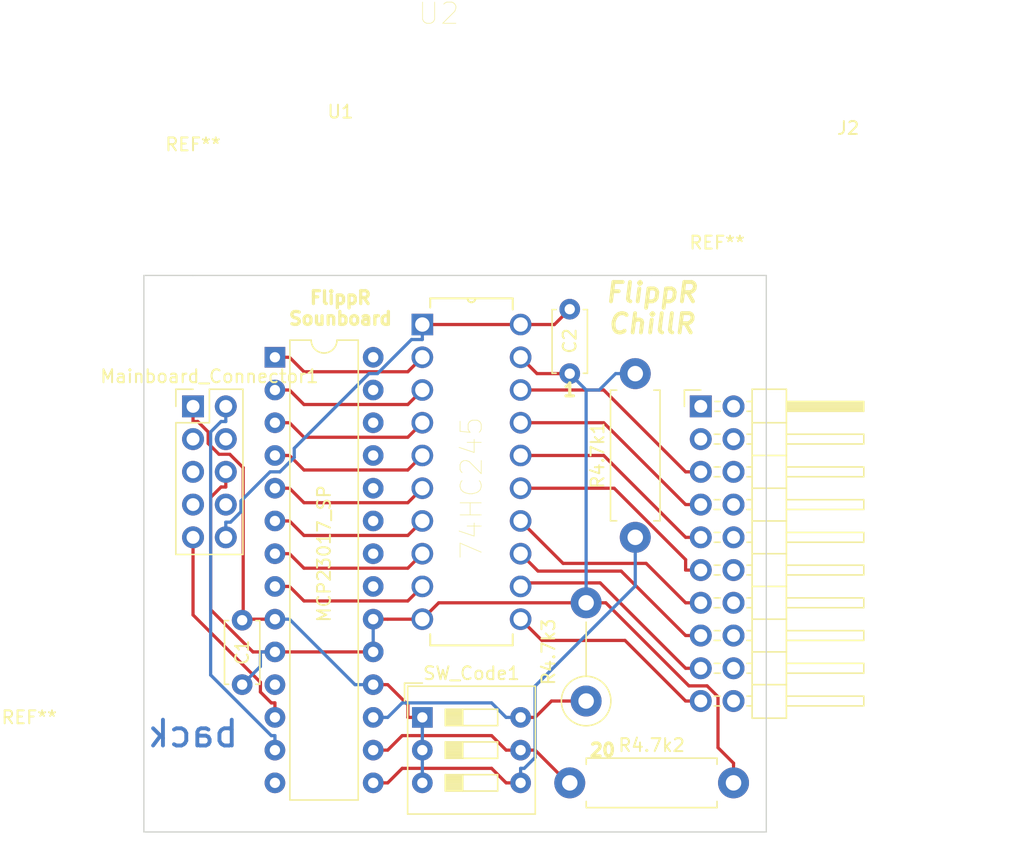
<source format=kicad_pcb>
(kicad_pcb (version 20171130) (host pcbnew 5.0.2-bee76a0~70~ubuntu18.04.1)

  (general
    (thickness 1.6)
    (drawings 11)
    (tracks 165)
    (zones 0)
    (modules 13)
    (nets 52)
  )

  (page A4)
  (layers
    (0 F.Cu signal)
    (31 B.Cu signal)
    (33 F.Adhes user)
    (35 F.Paste user)
    (37 F.SilkS user)
    (39 F.Mask user)
    (40 Dwgs.User user)
    (41 Cmts.User user)
    (42 Eco1.User user)
    (43 Eco2.User user)
    (44 Edge.Cuts user)
    (45 Margin user)
    (46 B.CrtYd user)
    (47 F.CrtYd user)
    (49 F.Fab user)
  )

  (setup
    (last_trace_width 0.25)
    (trace_clearance 0.2)
    (zone_clearance 0.508)
    (zone_45_only no)
    (trace_min 0.2)
    (segment_width 0.2)
    (edge_width 0.1)
    (via_size 0.8)
    (via_drill 0.4)
    (via_min_size 0.4)
    (via_min_drill 0.3)
    (uvia_size 0.3)
    (uvia_drill 0.1)
    (uvias_allowed no)
    (uvia_min_size 0.2)
    (uvia_min_drill 0.1)
    (pcb_text_width 0.3)
    (pcb_text_size 1.5 1.5)
    (mod_edge_width 0.15)
    (mod_text_size 1 1)
    (mod_text_width 0.15)
    (pad_size 1.5 1.5)
    (pad_drill 0.6)
    (pad_to_mask_clearance 0)
    (solder_mask_min_width 0.25)
    (aux_axis_origin 0 0)
    (visible_elements FFFFFF7F)
    (pcbplotparams
      (layerselection 0x010fc_ffffffff)
      (usegerberextensions false)
      (usegerberattributes false)
      (usegerberadvancedattributes false)
      (creategerberjobfile false)
      (excludeedgelayer true)
      (linewidth 0.100000)
      (plotframeref false)
      (viasonmask false)
      (mode 1)
      (useauxorigin false)
      (hpglpennumber 1)
      (hpglpenspeed 20)
      (hpglpendiameter 15.000000)
      (psnegative false)
      (psa4output false)
      (plotreference true)
      (plotvalue true)
      (plotinvisibletext false)
      (padsonsilk false)
      (subtractmaskfromsilk false)
      (outputformat 1)
      (mirror false)
      (drillshape 1)
      (scaleselection 1)
      (outputdirectory ""))
  )

  (net 0 "")
  (net 1 "Net-(U1-Pad1)")
  (net 2 GND)
  (net 3 "Net-(U1-Pad2)")
  (net 4 +3V3)
  (net 5 "Net-(U1-Pad3)")
  (net 6 "Net-(U1-Pad4)")
  (net 7 "Net-(U1-Pad5)")
  (net 8 "Net-(U1-Pad6)")
  (net 9 "Net-(U1-Pad7)")
  (net 10 "Net-(U1-Pad21)")
  (net 11 "Net-(U1-Pad8)")
  (net 12 "Net-(U1-Pad22)")
  (net 13 "Net-(U1-Pad23)")
  (net 14 "Net-(U1-Pad24)")
  (net 15 "Net-(U1-Pad11)")
  (net 16 "Net-(U1-Pad25)")
  (net 17 "Net-(U1-Pad26)")
  (net 18 /SDA)
  (net 19 "Net-(U1-Pad27)")
  (net 20 "Net-(U1-Pad14)")
  (net 21 "Net-(U1-Pad28)")
  (net 22 +5V)
  (net 23 "Net-(J2-Pad6)")
  (net 24 "Net-(J2-Pad8)")
  (net 25 "Net-(J2-Pad10)")
  (net 26 "Net-(J2-Pad12)")
  (net 27 "Net-(J2-Pad14)")
  (net 28 "Net-(J2-Pad16)")
  (net 29 "Net-(J2-Pad18)")
  (net 30 "Net-(J2-Pad20)")
  (net 31 "Net-(J2-Pad1)")
  (net 32 "Net-(J2-Pad2)")
  (net 33 "Net-(J2-Pad3)")
  (net 34 "Net-(J2-Pad4)")
  (net 35 "Net-(J2-Pad5)")
  (net 36 "Net-(J2-Pad7)")
  (net 37 "Net-(J2-Pad9)")
  (net 38 "Net-(J2-Pad11)")
  (net 39 "Net-(J2-Pad13)")
  (net 40 "Net-(J2-Pad17)")
  (net 41 "Net-(J2-Pad19)")
  (net 42 /SCL)
  (net 43 /IRQ)
  (net 44 "Net-(R4.7k3-Pad1)")
  (net 45 "Net-(R4.7k1-Pad1)")
  (net 46 "Net-(R4.7k2-Pad1)")
  (net 47 "Net-(Mainboard_Connector1-Pad3)")
  (net 48 "Net-(Mainboard_Connector1-Pad4)")
  (net 49 "Net-(Mainboard_Connector1-Pad5)")
  (net 50 "Net-(Mainboard_Connector1-Pad7)")
  (net 51 "Net-(Mainboard_Connector1-Pad8)")

  (net_class Default "This is the default net class."
    (clearance 0.2)
    (trace_width 0.25)
    (via_dia 0.8)
    (via_drill 0.4)
    (uvia_dia 0.3)
    (uvia_drill 0.1)
    (add_net +3V3)
    (add_net +5V)
    (add_net /IRQ)
    (add_net /SCL)
    (add_net /SDA)
    (add_net GND)
    (add_net "Net-(J2-Pad1)")
    (add_net "Net-(J2-Pad10)")
    (add_net "Net-(J2-Pad11)")
    (add_net "Net-(J2-Pad12)")
    (add_net "Net-(J2-Pad13)")
    (add_net "Net-(J2-Pad14)")
    (add_net "Net-(J2-Pad16)")
    (add_net "Net-(J2-Pad17)")
    (add_net "Net-(J2-Pad18)")
    (add_net "Net-(J2-Pad19)")
    (add_net "Net-(J2-Pad2)")
    (add_net "Net-(J2-Pad20)")
    (add_net "Net-(J2-Pad3)")
    (add_net "Net-(J2-Pad4)")
    (add_net "Net-(J2-Pad5)")
    (add_net "Net-(J2-Pad6)")
    (add_net "Net-(J2-Pad7)")
    (add_net "Net-(J2-Pad8)")
    (add_net "Net-(J2-Pad9)")
    (add_net "Net-(Mainboard_Connector1-Pad3)")
    (add_net "Net-(Mainboard_Connector1-Pad4)")
    (add_net "Net-(Mainboard_Connector1-Pad5)")
    (add_net "Net-(Mainboard_Connector1-Pad7)")
    (add_net "Net-(Mainboard_Connector1-Pad8)")
    (add_net "Net-(R4.7k1-Pad1)")
    (add_net "Net-(R4.7k2-Pad1)")
    (add_net "Net-(R4.7k3-Pad1)")
    (add_net "Net-(U1-Pad1)")
    (add_net "Net-(U1-Pad11)")
    (add_net "Net-(U1-Pad14)")
    (add_net "Net-(U1-Pad2)")
    (add_net "Net-(U1-Pad21)")
    (add_net "Net-(U1-Pad22)")
    (add_net "Net-(U1-Pad23)")
    (add_net "Net-(U1-Pad24)")
    (add_net "Net-(U1-Pad25)")
    (add_net "Net-(U1-Pad26)")
    (add_net "Net-(U1-Pad27)")
    (add_net "Net-(U1-Pad28)")
    (add_net "Net-(U1-Pad3)")
    (add_net "Net-(U1-Pad4)")
    (add_net "Net-(U1-Pad5)")
    (add_net "Net-(U1-Pad6)")
    (add_net "Net-(U1-Pad7)")
    (add_net "Net-(U1-Pad8)")
  )

  (module Connector_PinHeader_2.54mm:PinHeader_2x05_P2.54mm_Vertical (layer F.Cu) (tedit 59FED5CC) (tstamp 5CD6DAEF)
    (at 93.98 43.18)
    (descr "Through hole straight pin header, 2x05, 2.54mm pitch, double rows")
    (tags "Through hole pin header THT 2x05 2.54mm double row")
    (path /5CD4D9B7)
    (fp_text reference Mainboard_Connector1 (at 1.27 -2.33) (layer F.SilkS)
      (effects (font (size 1 1) (thickness 0.15)))
    )
    (fp_text value Conn_02x05_Counter_Clockwise (at 1.27 12.49) (layer F.Fab)
      (effects (font (size 1 1) (thickness 0.15)))
    )
    (fp_line (start 0 -1.27) (end 3.81 -1.27) (layer F.Fab) (width 0.1))
    (fp_line (start 3.81 -1.27) (end 3.81 11.43) (layer F.Fab) (width 0.1))
    (fp_line (start 3.81 11.43) (end -1.27 11.43) (layer F.Fab) (width 0.1))
    (fp_line (start -1.27 11.43) (end -1.27 0) (layer F.Fab) (width 0.1))
    (fp_line (start -1.27 0) (end 0 -1.27) (layer F.Fab) (width 0.1))
    (fp_line (start -1.33 11.49) (end 3.87 11.49) (layer F.SilkS) (width 0.12))
    (fp_line (start -1.33 1.27) (end -1.33 11.49) (layer F.SilkS) (width 0.12))
    (fp_line (start 3.87 -1.33) (end 3.87 11.49) (layer F.SilkS) (width 0.12))
    (fp_line (start -1.33 1.27) (end 1.27 1.27) (layer F.SilkS) (width 0.12))
    (fp_line (start 1.27 1.27) (end 1.27 -1.33) (layer F.SilkS) (width 0.12))
    (fp_line (start 1.27 -1.33) (end 3.87 -1.33) (layer F.SilkS) (width 0.12))
    (fp_line (start -1.33 0) (end -1.33 -1.33) (layer F.SilkS) (width 0.12))
    (fp_line (start -1.33 -1.33) (end 0 -1.33) (layer F.SilkS) (width 0.12))
    (fp_line (start -1.8 -1.8) (end -1.8 11.95) (layer F.CrtYd) (width 0.05))
    (fp_line (start -1.8 11.95) (end 4.35 11.95) (layer F.CrtYd) (width 0.05))
    (fp_line (start 4.35 11.95) (end 4.35 -1.8) (layer F.CrtYd) (width 0.05))
    (fp_line (start 4.35 -1.8) (end -1.8 -1.8) (layer F.CrtYd) (width 0.05))
    (fp_text user %R (at 1.27 5.08 90) (layer F.Fab)
      (effects (font (size 1 1) (thickness 0.15)))
    )
    (pad 1 thru_hole rect (at 0 0) (size 1.7 1.7) (drill 1) (layers *.Cu *.Mask)
      (net 4 +3V3))
    (pad 2 thru_hole oval (at 2.54 0) (size 1.7 1.7) (drill 1) (layers *.Cu *.Mask)
      (net 18 /SDA))
    (pad 3 thru_hole oval (at 0 2.54) (size 1.7 1.7) (drill 1) (layers *.Cu *.Mask)
      (net 47 "Net-(Mainboard_Connector1-Pad3)"))
    (pad 4 thru_hole oval (at 2.54 2.54) (size 1.7 1.7) (drill 1) (layers *.Cu *.Mask)
      (net 48 "Net-(Mainboard_Connector1-Pad4)"))
    (pad 5 thru_hole oval (at 0 5.08) (size 1.7 1.7) (drill 1) (layers *.Cu *.Mask)
      (net 49 "Net-(Mainboard_Connector1-Pad5)"))
    (pad 6 thru_hole oval (at 2.54 5.08) (size 1.7 1.7) (drill 1) (layers *.Cu *.Mask)
      (net 2 GND))
    (pad 7 thru_hole oval (at 0 7.62) (size 1.7 1.7) (drill 1) (layers *.Cu *.Mask)
      (net 50 "Net-(Mainboard_Connector1-Pad7)"))
    (pad 8 thru_hole oval (at 2.54 7.62) (size 1.7 1.7) (drill 1) (layers *.Cu *.Mask)
      (net 51 "Net-(Mainboard_Connector1-Pad8)"))
    (pad 9 thru_hole oval (at 0 10.16) (size 1.7 1.7) (drill 1) (layers *.Cu *.Mask)
      (net 42 /SCL))
    (pad 10 thru_hole oval (at 2.54 10.16) (size 1.7 1.7) (drill 1) (layers *.Cu *.Mask)
      (net 22 +5V))
    (model ${KISYS3DMOD}/Connector_PinHeader_2.54mm.3dshapes/PinHeader_2x05_P2.54mm_Vertical.wrl
      (at (xyz 0 0 0))
      (scale (xyz 1 1 1))
      (rotate (xyz 0 0 0))
    )
  )

  (module Package_DIP:DIP-28_W7.62mm (layer F.Cu) (tedit 5C5C0B3C) (tstamp 5C5C200B)
    (at 100.33 39.37)
    (descr "28-lead though-hole mounted DIP package, row spacing 7.62 mm (300 mils)")
    (tags "THT DIP DIL PDIP 2.54mm 7.62mm 300mil")
    (path /5C4A2167)
    (fp_text reference U1 (at 5.08 -19.05) (layer F.SilkS)
      (effects (font (size 1 1) (thickness 0.15)))
    )
    (fp_text value MCP23017_SP (at 3.81 15.24 90) (layer F.SilkS)
      (effects (font (size 1 1) (thickness 0.15)))
    )
    (fp_arc (start 3.81 -1.33) (end 2.81 -1.33) (angle -180) (layer F.SilkS) (width 0.12))
    (fp_line (start 1.635 -1.27) (end 6.985 -1.27) (layer F.Fab) (width 0.1))
    (fp_line (start 6.985 -1.27) (end 6.985 34.29) (layer F.Fab) (width 0.1))
    (fp_line (start 6.985 34.29) (end 0.635 34.29) (layer F.Fab) (width 0.1))
    (fp_line (start 0.635 34.29) (end 0.635 -0.27) (layer F.Fab) (width 0.1))
    (fp_line (start 0.635 -0.27) (end 1.635 -1.27) (layer F.Fab) (width 0.1))
    (fp_line (start 2.81 -1.33) (end 1.16 -1.33) (layer F.SilkS) (width 0.12))
    (fp_line (start 1.16 -1.33) (end 1.16 34.35) (layer F.SilkS) (width 0.12))
    (fp_line (start 1.16 34.35) (end 6.46 34.35) (layer F.SilkS) (width 0.12))
    (fp_line (start 6.46 34.35) (end 6.46 -1.33) (layer F.SilkS) (width 0.12))
    (fp_line (start 6.46 -1.33) (end 4.81 -1.33) (layer F.SilkS) (width 0.12))
    (fp_line (start -1.1 -1.55) (end -1.1 34.55) (layer F.CrtYd) (width 0.05))
    (fp_line (start -1.1 34.55) (end 8.7 34.55) (layer F.CrtYd) (width 0.05))
    (fp_line (start 8.7 34.55) (end 8.7 -1.55) (layer F.CrtYd) (width 0.05))
    (fp_line (start 8.7 -1.55) (end -1.1 -1.55) (layer F.CrtYd) (width 0.05))
    (fp_text user %R (at -3.81 -17.78) (layer F.Fab)
      (effects (font (size 1 1) (thickness 0.15)))
    )
    (pad 1 thru_hole rect (at 0 0) (size 1.6 1.6) (drill 0.8) (layers *.Cu *.Mask)
      (net 1 "Net-(U1-Pad1)"))
    (pad 15 thru_hole oval (at 7.62 33.02) (size 1.6 1.6) (drill 0.8) (layers *.Cu *.Mask)
      (net 45 "Net-(R4.7k1-Pad1)"))
    (pad 2 thru_hole oval (at 0 2.54) (size 1.6 1.6) (drill 0.8) (layers *.Cu *.Mask)
      (net 3 "Net-(U1-Pad2)"))
    (pad 16 thru_hole oval (at 7.62 30.48) (size 1.6 1.6) (drill 0.8) (layers *.Cu *.Mask)
      (net 46 "Net-(R4.7k2-Pad1)"))
    (pad 3 thru_hole oval (at 0 5.08) (size 1.6 1.6) (drill 0.8) (layers *.Cu *.Mask)
      (net 5 "Net-(U1-Pad3)"))
    (pad 17 thru_hole oval (at 7.62 27.94) (size 1.6 1.6) (drill 0.8) (layers *.Cu *.Mask)
      (net 44 "Net-(R4.7k3-Pad1)"))
    (pad 4 thru_hole oval (at 0 7.62) (size 1.6 1.6) (drill 0.8) (layers *.Cu *.Mask)
      (net 6 "Net-(U1-Pad4)"))
    (pad 18 thru_hole oval (at 7.62 25.4) (size 1.6 1.6) (drill 0.8) (layers *.Cu *.Mask)
      (net 4 +3V3))
    (pad 5 thru_hole oval (at 0 10.16) (size 1.6 1.6) (drill 0.8) (layers *.Cu *.Mask)
      (net 7 "Net-(U1-Pad5)"))
    (pad 19 thru_hole oval (at 7.62 22.86) (size 1.6 1.6) (drill 0.8) (layers *.Cu *.Mask)
      (net 2 GND))
    (pad 6 thru_hole oval (at 0 12.7) (size 1.6 1.6) (drill 0.8) (layers *.Cu *.Mask)
      (net 8 "Net-(U1-Pad6)"))
    (pad 20 thru_hole oval (at 7.62 20.32) (size 1.6 1.6) (drill 0.8) (layers *.Cu *.Mask)
      (net 2 GND))
    (pad 7 thru_hole oval (at 0 15.24) (size 1.6 1.6) (drill 0.8) (layers *.Cu *.Mask)
      (net 9 "Net-(U1-Pad7)"))
    (pad 21 thru_hole oval (at 7.62 17.78) (size 1.6 1.6) (drill 0.8) (layers *.Cu *.Mask)
      (net 10 "Net-(U1-Pad21)"))
    (pad 8 thru_hole oval (at 0 17.78) (size 1.6 1.6) (drill 0.8) (layers *.Cu *.Mask)
      (net 11 "Net-(U1-Pad8)"))
    (pad 22 thru_hole oval (at 7.62 15.24) (size 1.6 1.6) (drill 0.8) (layers *.Cu *.Mask)
      (net 12 "Net-(U1-Pad22)"))
    (pad 9 thru_hole oval (at 0 20.32) (size 1.6 1.6) (drill 0.8) (layers *.Cu *.Mask)
      (net 4 +3V3))
    (pad 23 thru_hole oval (at 7.62 12.7) (size 1.6 1.6) (drill 0.8) (layers *.Cu *.Mask)
      (net 13 "Net-(U1-Pad23)"))
    (pad 10 thru_hole oval (at 0 22.86) (size 1.6 1.6) (drill 0.8) (layers *.Cu *.Mask)
      (net 2 GND))
    (pad 24 thru_hole oval (at 7.62 10.16) (size 1.6 1.6) (drill 0.8) (layers *.Cu *.Mask)
      (net 14 "Net-(U1-Pad24)"))
    (pad 11 thru_hole oval (at 0 25.4) (size 1.6 1.6) (drill 0.8) (layers *.Cu *.Mask)
      (net 15 "Net-(U1-Pad11)"))
    (pad 25 thru_hole oval (at 7.62 7.62) (size 1.6 1.6) (drill 0.8) (layers *.Cu *.Mask)
      (net 16 "Net-(U1-Pad25)"))
    (pad 12 thru_hole oval (at 0 27.94) (size 1.6 1.6) (drill 0.8) (layers *.Cu *.Mask)
      (net 42 /SCL))
    (pad 26 thru_hole oval (at 7.62 5.08) (size 1.6 1.6) (drill 0.8) (layers *.Cu *.Mask)
      (net 17 "Net-(U1-Pad26)"))
    (pad 13 thru_hole oval (at 0 30.48) (size 1.6 1.6) (drill 0.8) (layers *.Cu *.Mask)
      (net 18 /SDA))
    (pad 27 thru_hole oval (at 7.62 2.54) (size 1.6 1.6) (drill 0.8) (layers *.Cu *.Mask)
      (net 19 "Net-(U1-Pad27)"))
    (pad 14 thru_hole oval (at 0 33.02) (size 1.6 1.6) (drill 0.8) (layers *.Cu *.Mask)
      (net 20 "Net-(U1-Pad14)"))
    (pad 28 thru_hole oval (at 7.62 0) (size 1.6 1.6) (drill 0.8) (layers *.Cu *.Mask)
      (net 21 "Net-(U1-Pad28)"))
    (model ${KISYS3DMOD}/Package_DIP.3dshapes/DIP-28_W7.62mm.wrl
      (at (xyz 0 0 0))
      (scale (xyz 1 1 1))
      (rotate (xyz 0 0 0))
    )
  )

  (module Capacitor_THT:C_Disc_D4.7mm_W2.5mm_P5.00mm (layer F.Cu) (tedit 5AE50EF0) (tstamp 5C6585C4)
    (at 123.19 40.64 90)
    (descr "C, Disc series, Radial, pin pitch=5.00mm, , diameter*width=4.7*2.5mm^2, Capacitor, http://www.vishay.com/docs/45233/krseries.pdf")
    (tags "C Disc series Radial pin pitch 5.00mm  diameter 4.7mm width 2.5mm Capacitor")
    (path /5C68DF77)
    (fp_text reference C2 (at 2.54 0 90) (layer F.SilkS)
      (effects (font (size 1 1) (thickness 0.15)))
    )
    (fp_text value C_Small (at 2.5 2.5 90) (layer F.Fab)
      (effects (font (size 1 1) (thickness 0.15)))
    )
    (fp_line (start 0.15 -1.25) (end 0.15 1.25) (layer F.Fab) (width 0.1))
    (fp_line (start 0.15 1.25) (end 4.85 1.25) (layer F.Fab) (width 0.1))
    (fp_line (start 4.85 1.25) (end 4.85 -1.25) (layer F.Fab) (width 0.1))
    (fp_line (start 4.85 -1.25) (end 0.15 -1.25) (layer F.Fab) (width 0.1))
    (fp_line (start 0.03 -1.37) (end 4.97 -1.37) (layer F.SilkS) (width 0.12))
    (fp_line (start 0.03 1.37) (end 4.97 1.37) (layer F.SilkS) (width 0.12))
    (fp_line (start 0.03 -1.37) (end 0.03 -1.055) (layer F.SilkS) (width 0.12))
    (fp_line (start 0.03 1.055) (end 0.03 1.37) (layer F.SilkS) (width 0.12))
    (fp_line (start 4.97 -1.37) (end 4.97 -1.055) (layer F.SilkS) (width 0.12))
    (fp_line (start 4.97 1.055) (end 4.97 1.37) (layer F.SilkS) (width 0.12))
    (fp_line (start -1.05 -1.5) (end -1.05 1.5) (layer F.CrtYd) (width 0.05))
    (fp_line (start -1.05 1.5) (end 6.05 1.5) (layer F.CrtYd) (width 0.05))
    (fp_line (start 6.05 1.5) (end 6.05 -1.5) (layer F.CrtYd) (width 0.05))
    (fp_line (start 6.05 -1.5) (end -1.05 -1.5) (layer F.CrtYd) (width 0.05))
    (fp_text user %R (at 2.5 0 90) (layer F.Fab)
      (effects (font (size 0.94 0.94) (thickness 0.141)))
    )
    (pad 1 thru_hole circle (at 0 0 90) (size 1.6 1.6) (drill 0.8) (layers *.Cu *.Mask)
      (net 2 GND))
    (pad 2 thru_hole circle (at 5 0 90) (size 1.6 1.6) (drill 0.8) (layers *.Cu *.Mask)
      (net 22 +5V))
    (model ${KISYS3DMOD}/Capacitor_THT.3dshapes/C_Disc_D4.7mm_W2.5mm_P5.00mm.wrl
      (at (xyz 0 0 0))
      (scale (xyz 1 1 1))
      (rotate (xyz 0 0 0))
    )
  )

  (module Connector_PinHeader_2.54mm:PinHeader_2x10_P2.54mm_Horizontal (layer F.Cu) (tedit 59FED5CB) (tstamp 5C5C2121)
    (at 133.35 43.18)
    (descr "Through hole angled pin header, 2x10, 2.54mm pitch, 6mm pin length, double rows")
    (tags "Through hole angled pin header THT 2x10 2.54mm double row")
    (path /5C4A3D78)
    (fp_text reference J2 (at 11.43 -21.59) (layer F.SilkS)
      (effects (font (size 1 1) (thickness 0.15)))
    )
    (fp_text value Conn_02x10_Odd_Even (at 16.51 29.21) (layer F.Fab)
      (effects (font (size 1 1) (thickness 0.15)))
    )
    (fp_line (start 4.675 -1.27) (end 6.58 -1.27) (layer F.Fab) (width 0.1))
    (fp_line (start 6.58 -1.27) (end 6.58 24.13) (layer F.Fab) (width 0.1))
    (fp_line (start 6.58 24.13) (end 4.04 24.13) (layer F.Fab) (width 0.1))
    (fp_line (start 4.04 24.13) (end 4.04 -0.635) (layer F.Fab) (width 0.1))
    (fp_line (start 4.04 -0.635) (end 4.675 -1.27) (layer F.Fab) (width 0.1))
    (fp_line (start -0.32 -0.32) (end 4.04 -0.32) (layer F.Fab) (width 0.1))
    (fp_line (start -0.32 -0.32) (end -0.32 0.32) (layer F.Fab) (width 0.1))
    (fp_line (start -0.32 0.32) (end 4.04 0.32) (layer F.Fab) (width 0.1))
    (fp_line (start 6.58 -0.32) (end 12.58 -0.32) (layer F.Fab) (width 0.1))
    (fp_line (start 12.58 -0.32) (end 12.58 0.32) (layer F.Fab) (width 0.1))
    (fp_line (start 6.58 0.32) (end 12.58 0.32) (layer F.Fab) (width 0.1))
    (fp_line (start -0.32 2.22) (end 4.04 2.22) (layer F.Fab) (width 0.1))
    (fp_line (start -0.32 2.22) (end -0.32 2.86) (layer F.Fab) (width 0.1))
    (fp_line (start -0.32 2.86) (end 4.04 2.86) (layer F.Fab) (width 0.1))
    (fp_line (start 6.58 2.22) (end 12.58 2.22) (layer F.Fab) (width 0.1))
    (fp_line (start 12.58 2.22) (end 12.58 2.86) (layer F.Fab) (width 0.1))
    (fp_line (start 6.58 2.86) (end 12.58 2.86) (layer F.Fab) (width 0.1))
    (fp_line (start -0.32 4.76) (end 4.04 4.76) (layer F.Fab) (width 0.1))
    (fp_line (start -0.32 4.76) (end -0.32 5.4) (layer F.Fab) (width 0.1))
    (fp_line (start -0.32 5.4) (end 4.04 5.4) (layer F.Fab) (width 0.1))
    (fp_line (start 6.58 4.76) (end 12.58 4.76) (layer F.Fab) (width 0.1))
    (fp_line (start 12.58 4.76) (end 12.58 5.4) (layer F.Fab) (width 0.1))
    (fp_line (start 6.58 5.4) (end 12.58 5.4) (layer F.Fab) (width 0.1))
    (fp_line (start -0.32 7.3) (end 4.04 7.3) (layer F.Fab) (width 0.1))
    (fp_line (start -0.32 7.3) (end -0.32 7.94) (layer F.Fab) (width 0.1))
    (fp_line (start -0.32 7.94) (end 4.04 7.94) (layer F.Fab) (width 0.1))
    (fp_line (start 6.58 7.3) (end 12.58 7.3) (layer F.Fab) (width 0.1))
    (fp_line (start 12.58 7.3) (end 12.58 7.94) (layer F.Fab) (width 0.1))
    (fp_line (start 6.58 7.94) (end 12.58 7.94) (layer F.Fab) (width 0.1))
    (fp_line (start -0.32 9.84) (end 4.04 9.84) (layer F.Fab) (width 0.1))
    (fp_line (start -0.32 9.84) (end -0.32 10.48) (layer F.Fab) (width 0.1))
    (fp_line (start -0.32 10.48) (end 4.04 10.48) (layer F.Fab) (width 0.1))
    (fp_line (start 6.58 9.84) (end 12.58 9.84) (layer F.Fab) (width 0.1))
    (fp_line (start 12.58 9.84) (end 12.58 10.48) (layer F.Fab) (width 0.1))
    (fp_line (start 6.58 10.48) (end 12.58 10.48) (layer F.Fab) (width 0.1))
    (fp_line (start -0.32 12.38) (end 4.04 12.38) (layer F.Fab) (width 0.1))
    (fp_line (start -0.32 12.38) (end -0.32 13.02) (layer F.Fab) (width 0.1))
    (fp_line (start -0.32 13.02) (end 4.04 13.02) (layer F.Fab) (width 0.1))
    (fp_line (start 6.58 12.38) (end 12.58 12.38) (layer F.Fab) (width 0.1))
    (fp_line (start 12.58 12.38) (end 12.58 13.02) (layer F.Fab) (width 0.1))
    (fp_line (start 6.58 13.02) (end 12.58 13.02) (layer F.Fab) (width 0.1))
    (fp_line (start -0.32 14.92) (end 4.04 14.92) (layer F.Fab) (width 0.1))
    (fp_line (start -0.32 14.92) (end -0.32 15.56) (layer F.Fab) (width 0.1))
    (fp_line (start -0.32 15.56) (end 4.04 15.56) (layer F.Fab) (width 0.1))
    (fp_line (start 6.58 14.92) (end 12.58 14.92) (layer F.Fab) (width 0.1))
    (fp_line (start 12.58 14.92) (end 12.58 15.56) (layer F.Fab) (width 0.1))
    (fp_line (start 6.58 15.56) (end 12.58 15.56) (layer F.Fab) (width 0.1))
    (fp_line (start -0.32 17.46) (end 4.04 17.46) (layer F.Fab) (width 0.1))
    (fp_line (start -0.32 17.46) (end -0.32 18.1) (layer F.Fab) (width 0.1))
    (fp_line (start -0.32 18.1) (end 4.04 18.1) (layer F.Fab) (width 0.1))
    (fp_line (start 6.58 17.46) (end 12.58 17.46) (layer F.Fab) (width 0.1))
    (fp_line (start 12.58 17.46) (end 12.58 18.1) (layer F.Fab) (width 0.1))
    (fp_line (start 6.58 18.1) (end 12.58 18.1) (layer F.Fab) (width 0.1))
    (fp_line (start -0.32 20) (end 4.04 20) (layer F.Fab) (width 0.1))
    (fp_line (start -0.32 20) (end -0.32 20.64) (layer F.Fab) (width 0.1))
    (fp_line (start -0.32 20.64) (end 4.04 20.64) (layer F.Fab) (width 0.1))
    (fp_line (start 6.58 20) (end 12.58 20) (layer F.Fab) (width 0.1))
    (fp_line (start 12.58 20) (end 12.58 20.64) (layer F.Fab) (width 0.1))
    (fp_line (start 6.58 20.64) (end 12.58 20.64) (layer F.Fab) (width 0.1))
    (fp_line (start -0.32 22.54) (end 4.04 22.54) (layer F.Fab) (width 0.1))
    (fp_line (start -0.32 22.54) (end -0.32 23.18) (layer F.Fab) (width 0.1))
    (fp_line (start -0.32 23.18) (end 4.04 23.18) (layer F.Fab) (width 0.1))
    (fp_line (start 6.58 22.54) (end 12.58 22.54) (layer F.Fab) (width 0.1))
    (fp_line (start 12.58 22.54) (end 12.58 23.18) (layer F.Fab) (width 0.1))
    (fp_line (start 6.58 23.18) (end 12.58 23.18) (layer F.Fab) (width 0.1))
    (fp_line (start 3.98 -1.33) (end 3.98 24.19) (layer F.SilkS) (width 0.12))
    (fp_line (start 3.98 24.19) (end 6.64 24.19) (layer F.SilkS) (width 0.12))
    (fp_line (start 6.64 24.19) (end 6.64 -1.33) (layer F.SilkS) (width 0.12))
    (fp_line (start 6.64 -1.33) (end 3.98 -1.33) (layer F.SilkS) (width 0.12))
    (fp_line (start 6.64 -0.38) (end 12.64 -0.38) (layer F.SilkS) (width 0.12))
    (fp_line (start 12.64 -0.38) (end 12.64 0.38) (layer F.SilkS) (width 0.12))
    (fp_line (start 12.64 0.38) (end 6.64 0.38) (layer F.SilkS) (width 0.12))
    (fp_line (start 6.64 -0.32) (end 12.64 -0.32) (layer F.SilkS) (width 0.12))
    (fp_line (start 6.64 -0.2) (end 12.64 -0.2) (layer F.SilkS) (width 0.12))
    (fp_line (start 6.64 -0.08) (end 12.64 -0.08) (layer F.SilkS) (width 0.12))
    (fp_line (start 6.64 0.04) (end 12.64 0.04) (layer F.SilkS) (width 0.12))
    (fp_line (start 6.64 0.16) (end 12.64 0.16) (layer F.SilkS) (width 0.12))
    (fp_line (start 6.64 0.28) (end 12.64 0.28) (layer F.SilkS) (width 0.12))
    (fp_line (start 3.582929 -0.38) (end 3.98 -0.38) (layer F.SilkS) (width 0.12))
    (fp_line (start 3.582929 0.38) (end 3.98 0.38) (layer F.SilkS) (width 0.12))
    (fp_line (start 1.11 -0.38) (end 1.497071 -0.38) (layer F.SilkS) (width 0.12))
    (fp_line (start 1.11 0.38) (end 1.497071 0.38) (layer F.SilkS) (width 0.12))
    (fp_line (start 3.98 1.27) (end 6.64 1.27) (layer F.SilkS) (width 0.12))
    (fp_line (start 6.64 2.16) (end 12.64 2.16) (layer F.SilkS) (width 0.12))
    (fp_line (start 12.64 2.16) (end 12.64 2.92) (layer F.SilkS) (width 0.12))
    (fp_line (start 12.64 2.92) (end 6.64 2.92) (layer F.SilkS) (width 0.12))
    (fp_line (start 3.582929 2.16) (end 3.98 2.16) (layer F.SilkS) (width 0.12))
    (fp_line (start 3.582929 2.92) (end 3.98 2.92) (layer F.SilkS) (width 0.12))
    (fp_line (start 1.042929 2.16) (end 1.497071 2.16) (layer F.SilkS) (width 0.12))
    (fp_line (start 1.042929 2.92) (end 1.497071 2.92) (layer F.SilkS) (width 0.12))
    (fp_line (start 3.98 3.81) (end 6.64 3.81) (layer F.SilkS) (width 0.12))
    (fp_line (start 6.64 4.7) (end 12.64 4.7) (layer F.SilkS) (width 0.12))
    (fp_line (start 12.64 4.7) (end 12.64 5.46) (layer F.SilkS) (width 0.12))
    (fp_line (start 12.64 5.46) (end 6.64 5.46) (layer F.SilkS) (width 0.12))
    (fp_line (start 3.582929 4.7) (end 3.98 4.7) (layer F.SilkS) (width 0.12))
    (fp_line (start 3.582929 5.46) (end 3.98 5.46) (layer F.SilkS) (width 0.12))
    (fp_line (start 1.042929 4.7) (end 1.497071 4.7) (layer F.SilkS) (width 0.12))
    (fp_line (start 1.042929 5.46) (end 1.497071 5.46) (layer F.SilkS) (width 0.12))
    (fp_line (start 3.98 6.35) (end 6.64 6.35) (layer F.SilkS) (width 0.12))
    (fp_line (start 6.64 7.24) (end 12.64 7.24) (layer F.SilkS) (width 0.12))
    (fp_line (start 12.64 7.24) (end 12.64 8) (layer F.SilkS) (width 0.12))
    (fp_line (start 12.64 8) (end 6.64 8) (layer F.SilkS) (width 0.12))
    (fp_line (start 3.582929 7.24) (end 3.98 7.24) (layer F.SilkS) (width 0.12))
    (fp_line (start 3.582929 8) (end 3.98 8) (layer F.SilkS) (width 0.12))
    (fp_line (start 1.042929 7.24) (end 1.497071 7.24) (layer F.SilkS) (width 0.12))
    (fp_line (start 1.042929 8) (end 1.497071 8) (layer F.SilkS) (width 0.12))
    (fp_line (start 3.98 8.89) (end 6.64 8.89) (layer F.SilkS) (width 0.12))
    (fp_line (start 6.64 9.78) (end 12.64 9.78) (layer F.SilkS) (width 0.12))
    (fp_line (start 12.64 9.78) (end 12.64 10.54) (layer F.SilkS) (width 0.12))
    (fp_line (start 12.64 10.54) (end 6.64 10.54) (layer F.SilkS) (width 0.12))
    (fp_line (start 3.582929 9.78) (end 3.98 9.78) (layer F.SilkS) (width 0.12))
    (fp_line (start 3.582929 10.54) (end 3.98 10.54) (layer F.SilkS) (width 0.12))
    (fp_line (start 1.042929 9.78) (end 1.497071 9.78) (layer F.SilkS) (width 0.12))
    (fp_line (start 1.042929 10.54) (end 1.497071 10.54) (layer F.SilkS) (width 0.12))
    (fp_line (start 3.98 11.43) (end 6.64 11.43) (layer F.SilkS) (width 0.12))
    (fp_line (start 6.64 12.32) (end 12.64 12.32) (layer F.SilkS) (width 0.12))
    (fp_line (start 12.64 12.32) (end 12.64 13.08) (layer F.SilkS) (width 0.12))
    (fp_line (start 12.64 13.08) (end 6.64 13.08) (layer F.SilkS) (width 0.12))
    (fp_line (start 3.582929 12.32) (end 3.98 12.32) (layer F.SilkS) (width 0.12))
    (fp_line (start 3.582929 13.08) (end 3.98 13.08) (layer F.SilkS) (width 0.12))
    (fp_line (start 1.042929 12.32) (end 1.497071 12.32) (layer F.SilkS) (width 0.12))
    (fp_line (start 1.042929 13.08) (end 1.497071 13.08) (layer F.SilkS) (width 0.12))
    (fp_line (start 3.98 13.97) (end 6.64 13.97) (layer F.SilkS) (width 0.12))
    (fp_line (start 6.64 14.86) (end 12.64 14.86) (layer F.SilkS) (width 0.12))
    (fp_line (start 12.64 14.86) (end 12.64 15.62) (layer F.SilkS) (width 0.12))
    (fp_line (start 12.64 15.62) (end 6.64 15.62) (layer F.SilkS) (width 0.12))
    (fp_line (start 3.582929 14.86) (end 3.98 14.86) (layer F.SilkS) (width 0.12))
    (fp_line (start 3.582929 15.62) (end 3.98 15.62) (layer F.SilkS) (width 0.12))
    (fp_line (start 1.042929 14.86) (end 1.497071 14.86) (layer F.SilkS) (width 0.12))
    (fp_line (start 1.042929 15.62) (end 1.497071 15.62) (layer F.SilkS) (width 0.12))
    (fp_line (start 3.98 16.51) (end 6.64 16.51) (layer F.SilkS) (width 0.12))
    (fp_line (start 6.64 17.4) (end 12.64 17.4) (layer F.SilkS) (width 0.12))
    (fp_line (start 12.64 17.4) (end 12.64 18.16) (layer F.SilkS) (width 0.12))
    (fp_line (start 12.64 18.16) (end 6.64 18.16) (layer F.SilkS) (width 0.12))
    (fp_line (start 3.582929 17.4) (end 3.98 17.4) (layer F.SilkS) (width 0.12))
    (fp_line (start 3.582929 18.16) (end 3.98 18.16) (layer F.SilkS) (width 0.12))
    (fp_line (start 1.042929 17.4) (end 1.497071 17.4) (layer F.SilkS) (width 0.12))
    (fp_line (start 1.042929 18.16) (end 1.497071 18.16) (layer F.SilkS) (width 0.12))
    (fp_line (start 3.98 19.05) (end 6.64 19.05) (layer F.SilkS) (width 0.12))
    (fp_line (start 6.64 19.94) (end 12.64 19.94) (layer F.SilkS) (width 0.12))
    (fp_line (start 12.64 19.94) (end 12.64 20.7) (layer F.SilkS) (width 0.12))
    (fp_line (start 12.64 20.7) (end 6.64 20.7) (layer F.SilkS) (width 0.12))
    (fp_line (start 3.582929 19.94) (end 3.98 19.94) (layer F.SilkS) (width 0.12))
    (fp_line (start 3.582929 20.7) (end 3.98 20.7) (layer F.SilkS) (width 0.12))
    (fp_line (start 1.042929 19.94) (end 1.497071 19.94) (layer F.SilkS) (width 0.12))
    (fp_line (start 1.042929 20.7) (end 1.497071 20.7) (layer F.SilkS) (width 0.12))
    (fp_line (start 3.98 21.59) (end 6.64 21.59) (layer F.SilkS) (width 0.12))
    (fp_line (start 6.64 22.48) (end 12.64 22.48) (layer F.SilkS) (width 0.12))
    (fp_line (start 12.64 22.48) (end 12.64 23.24) (layer F.SilkS) (width 0.12))
    (fp_line (start 12.64 23.24) (end 6.64 23.24) (layer F.SilkS) (width 0.12))
    (fp_line (start 3.582929 22.48) (end 3.98 22.48) (layer F.SilkS) (width 0.12))
    (fp_line (start 3.582929 23.24) (end 3.98 23.24) (layer F.SilkS) (width 0.12))
    (fp_line (start 1.042929 22.48) (end 1.497071 22.48) (layer F.SilkS) (width 0.12))
    (fp_line (start 1.042929 23.24) (end 1.497071 23.24) (layer F.SilkS) (width 0.12))
    (fp_line (start -1.27 0) (end -1.27 -1.27) (layer F.SilkS) (width 0.12))
    (fp_line (start -1.27 -1.27) (end 0 -1.27) (layer F.SilkS) (width 0.12))
    (fp_line (start -1.8 -1.8) (end -1.8 24.65) (layer F.CrtYd) (width 0.05))
    (fp_line (start -1.8 24.65) (end 13.1 24.65) (layer F.CrtYd) (width 0.05))
    (fp_line (start 13.1 24.65) (end 13.1 -1.8) (layer F.CrtYd) (width 0.05))
    (fp_line (start 13.1 -1.8) (end -1.8 -1.8) (layer F.CrtYd) (width 0.05))
    (fp_text user %R (at 5.31 11.43 90) (layer F.Fab)
      (effects (font (size 1 1) (thickness 0.15)))
    )
    (pad 1 thru_hole rect (at 0 0) (size 1.7 1.7) (drill 1) (layers *.Cu *.Mask)
      (net 31 "Net-(J2-Pad1)"))
    (pad 2 thru_hole oval (at 2.54 0) (size 1.7 1.7) (drill 1) (layers *.Cu *.Mask)
      (net 32 "Net-(J2-Pad2)"))
    (pad 3 thru_hole oval (at 0 2.54) (size 1.7 1.7) (drill 1) (layers *.Cu *.Mask)
      (net 33 "Net-(J2-Pad3)"))
    (pad 4 thru_hole oval (at 2.54 2.54) (size 1.7 1.7) (drill 1) (layers *.Cu *.Mask)
      (net 34 "Net-(J2-Pad4)"))
    (pad 5 thru_hole oval (at 0 5.08) (size 1.7 1.7) (drill 1) (layers *.Cu *.Mask)
      (net 35 "Net-(J2-Pad5)"))
    (pad 6 thru_hole oval (at 2.54 5.08) (size 1.7 1.7) (drill 1) (layers *.Cu *.Mask)
      (net 23 "Net-(J2-Pad6)"))
    (pad 7 thru_hole oval (at 0 7.62) (size 1.7 1.7) (drill 1) (layers *.Cu *.Mask)
      (net 36 "Net-(J2-Pad7)"))
    (pad 8 thru_hole oval (at 2.54 7.62) (size 1.7 1.7) (drill 1) (layers *.Cu *.Mask)
      (net 24 "Net-(J2-Pad8)"))
    (pad 9 thru_hole oval (at 0 10.16) (size 1.7 1.7) (drill 1) (layers *.Cu *.Mask)
      (net 37 "Net-(J2-Pad9)"))
    (pad 10 thru_hole oval (at 2.54 10.16) (size 1.7 1.7) (drill 1) (layers *.Cu *.Mask)
      (net 25 "Net-(J2-Pad10)"))
    (pad 11 thru_hole oval (at 0 12.7) (size 1.7 1.7) (drill 1) (layers *.Cu *.Mask)
      (net 38 "Net-(J2-Pad11)"))
    (pad 12 thru_hole oval (at 2.54 12.7) (size 1.7 1.7) (drill 1) (layers *.Cu *.Mask)
      (net 26 "Net-(J2-Pad12)"))
    (pad 13 thru_hole oval (at 0 15.24) (size 1.7 1.7) (drill 1) (layers *.Cu *.Mask)
      (net 39 "Net-(J2-Pad13)"))
    (pad 14 thru_hole oval (at 2.54 15.24) (size 1.7 1.7) (drill 1) (layers *.Cu *.Mask)
      (net 27 "Net-(J2-Pad14)"))
    (pad 15 thru_hole oval (at 0 17.78) (size 1.7 1.7) (drill 1) (layers *.Cu *.Mask)
      (net 43 /IRQ))
    (pad 16 thru_hole oval (at 2.54 17.78) (size 1.7 1.7) (drill 1) (layers *.Cu *.Mask)
      (net 28 "Net-(J2-Pad16)"))
    (pad 17 thru_hole oval (at 0 20.32) (size 1.7 1.7) (drill 1) (layers *.Cu *.Mask)
      (net 40 "Net-(J2-Pad17)"))
    (pad 18 thru_hole oval (at 2.54 20.32) (size 1.7 1.7) (drill 1) (layers *.Cu *.Mask)
      (net 29 "Net-(J2-Pad18)"))
    (pad 19 thru_hole oval (at 0 22.86) (size 1.7 1.7) (drill 1) (layers *.Cu *.Mask)
      (net 41 "Net-(J2-Pad19)"))
    (pad 20 thru_hole oval (at 2.54 22.86) (size 1.7 1.7) (drill 1) (layers *.Cu *.Mask)
      (net 30 "Net-(J2-Pad20)"))
    (model ${KISYS3DMOD}/Connector_PinHeader_2.54mm.3dshapes/PinHeader_2x10_P2.54mm_Horizontal.wrl
      (at (xyz 0 0 0))
      (scale (xyz 1 1 1))
      (rotate (xyz 0 0 0))
    )
  )

  (module Capacitor_THT:C_Disc_D4.7mm_W2.5mm_P5.00mm (layer F.Cu) (tedit 5AE50EF0) (tstamp 5C6586C2)
    (at 97.79 64.77 90)
    (descr "C, Disc series, Radial, pin pitch=5.00mm, , diameter*width=4.7*2.5mm^2, Capacitor, http://www.vishay.com/docs/45233/krseries.pdf")
    (tags "C Disc series Radial pin pitch 5.00mm  diameter 4.7mm width 2.5mm Capacitor")
    (path /5C68E091)
    (fp_text reference C1 (at 2.5 0 90) (layer F.SilkS)
      (effects (font (size 1 1) (thickness 0.15)))
    )
    (fp_text value C_Small (at 2.5 2.5 90) (layer F.Fab)
      (effects (font (size 1 1) (thickness 0.15)))
    )
    (fp_text user %R (at 2.5 0 90) (layer F.Fab)
      (effects (font (size 0.94 0.94) (thickness 0.141)))
    )
    (fp_line (start 6.05 -1.5) (end -1.05 -1.5) (layer F.CrtYd) (width 0.05))
    (fp_line (start 6.05 1.5) (end 6.05 -1.5) (layer F.CrtYd) (width 0.05))
    (fp_line (start -1.05 1.5) (end 6.05 1.5) (layer F.CrtYd) (width 0.05))
    (fp_line (start -1.05 -1.5) (end -1.05 1.5) (layer F.CrtYd) (width 0.05))
    (fp_line (start 4.97 1.055) (end 4.97 1.37) (layer F.SilkS) (width 0.12))
    (fp_line (start 4.97 -1.37) (end 4.97 -1.055) (layer F.SilkS) (width 0.12))
    (fp_line (start 0.03 1.055) (end 0.03 1.37) (layer F.SilkS) (width 0.12))
    (fp_line (start 0.03 -1.37) (end 0.03 -1.055) (layer F.SilkS) (width 0.12))
    (fp_line (start 0.03 1.37) (end 4.97 1.37) (layer F.SilkS) (width 0.12))
    (fp_line (start 0.03 -1.37) (end 4.97 -1.37) (layer F.SilkS) (width 0.12))
    (fp_line (start 4.85 -1.25) (end 0.15 -1.25) (layer F.Fab) (width 0.1))
    (fp_line (start 4.85 1.25) (end 4.85 -1.25) (layer F.Fab) (width 0.1))
    (fp_line (start 0.15 1.25) (end 4.85 1.25) (layer F.Fab) (width 0.1))
    (fp_line (start 0.15 -1.25) (end 0.15 1.25) (layer F.Fab) (width 0.1))
    (pad 2 thru_hole circle (at 5 0 90) (size 1.6 1.6) (drill 0.8) (layers *.Cu *.Mask)
      (net 4 +3V3))
    (pad 1 thru_hole circle (at 0 0 90) (size 1.6 1.6) (drill 0.8) (layers *.Cu *.Mask)
      (net 2 GND))
    (model ${KISYS3DMOD}/Capacitor_THT.3dshapes/C_Disc_D4.7mm_W2.5mm_P5.00mm.wrl
      (at (xyz 0 0 0))
      (scale (xyz 1 1 1))
      (rotate (xyz 0 0 0))
    )
  )

  (module 74HCT245N:DIP254P762X420-20 (layer F.Cu) (tedit 0) (tstamp 5C5C1EEE)
    (at 119.38 59.69)
    (path /5C4A240D)
    (fp_text reference U2 (at -6.35 -46.99) (layer F.SilkS)
      (effects (font (size 1.64289 1.64289) (thickness 0.05)))
    )
    (fp_text value 74HC245 (at -3.81 -10.16 90) (layer F.SilkS)
      (effects (font (size 1.6412 1.6412) (thickness 0.05)))
    )
    (fp_line (start -0.6096 -24.0284) (end -0.6096 -24.892) (layer F.SilkS) (width 0.1524))
    (fp_line (start -7.0104 2.032) (end -0.6096 2.032) (layer F.SilkS) (width 0.1524))
    (fp_line (start -0.6096 2.032) (end -0.6096 1.1684) (layer F.SilkS) (width 0.1524))
    (fp_line (start -0.6096 -24.892) (end -3.5052 -24.892) (layer F.SilkS) (width 0.1524))
    (fp_line (start -3.5052 -24.892) (end -4.1148 -24.892) (layer F.SilkS) (width 0.1524))
    (fp_line (start -4.1148 -24.892) (end -7.0104 -24.892) (layer F.SilkS) (width 0.1524))
    (fp_line (start -7.0104 -24.892) (end -7.0104 -24.1808) (layer F.SilkS) (width 0.1524))
    (fp_line (start -7.0104 1.1684) (end -7.0104 2.032) (layer F.SilkS) (width 0.1524))
    (fp_arc (start -3.81 -24.892) (end -4.1148 -24.892) (angle -180) (layer F.SilkS) (width 0.1524))
    (fp_line (start -7.0104 -22.3012) (end -7.0104 -23.4188) (layer Dwgs.User) (width 0.1))
    (fp_line (start -7.0104 -23.4188) (end -8.1788 -23.4188) (layer Dwgs.User) (width 0.1))
    (fp_line (start -8.1788 -23.4188) (end -8.1788 -22.3012) (layer Dwgs.User) (width 0.1))
    (fp_line (start -8.1788 -22.3012) (end -7.0104 -22.3012) (layer Dwgs.User) (width 0.1))
    (fp_line (start -7.0104 -19.7612) (end -7.0104 -20.8788) (layer Dwgs.User) (width 0.1))
    (fp_line (start -7.0104 -20.8788) (end -8.1788 -20.8788) (layer Dwgs.User) (width 0.1))
    (fp_line (start -8.1788 -20.8788) (end -8.1788 -19.7612) (layer Dwgs.User) (width 0.1))
    (fp_line (start -8.1788 -19.7612) (end -7.0104 -19.7612) (layer Dwgs.User) (width 0.1))
    (fp_line (start -7.0104 -17.2212) (end -7.0104 -18.3388) (layer Dwgs.User) (width 0.1))
    (fp_line (start -7.0104 -18.3388) (end -8.1788 -18.3388) (layer Dwgs.User) (width 0.1))
    (fp_line (start -8.1788 -18.3388) (end -8.1788 -17.2212) (layer Dwgs.User) (width 0.1))
    (fp_line (start -8.1788 -17.2212) (end -7.0104 -17.2212) (layer Dwgs.User) (width 0.1))
    (fp_line (start -7.0104 -14.6812) (end -7.0104 -15.7988) (layer Dwgs.User) (width 0.1))
    (fp_line (start -7.0104 -15.7988) (end -8.1788 -15.7988) (layer Dwgs.User) (width 0.1))
    (fp_line (start -8.1788 -15.7988) (end -8.1788 -14.6812) (layer Dwgs.User) (width 0.1))
    (fp_line (start -8.1788 -14.6812) (end -7.0104 -14.6812) (layer Dwgs.User) (width 0.1))
    (fp_line (start -7.0104 -12.1412) (end -7.0104 -13.2588) (layer Dwgs.User) (width 0.1))
    (fp_line (start -7.0104 -13.2588) (end -8.1788 -13.2588) (layer Dwgs.User) (width 0.1))
    (fp_line (start -8.1788 -13.2588) (end -8.1788 -12.1412) (layer Dwgs.User) (width 0.1))
    (fp_line (start -8.1788 -12.1412) (end -7.0104 -12.1412) (layer Dwgs.User) (width 0.1))
    (fp_line (start -7.0104 -9.6012) (end -7.0104 -10.7188) (layer Dwgs.User) (width 0.1))
    (fp_line (start -7.0104 -10.7188) (end -8.1788 -10.7188) (layer Dwgs.User) (width 0.1))
    (fp_line (start -8.1788 -10.7188) (end -8.1788 -9.6012) (layer Dwgs.User) (width 0.1))
    (fp_line (start -8.1788 -9.6012) (end -7.0104 -9.6012) (layer Dwgs.User) (width 0.1))
    (fp_line (start -7.0104 -7.0612) (end -7.0104 -8.1788) (layer Dwgs.User) (width 0.1))
    (fp_line (start -7.0104 -8.1788) (end -8.1788 -8.1788) (layer Dwgs.User) (width 0.1))
    (fp_line (start -8.1788 -8.1788) (end -8.1788 -7.0612) (layer Dwgs.User) (width 0.1))
    (fp_line (start -8.1788 -7.0612) (end -7.0104 -7.0612) (layer Dwgs.User) (width 0.1))
    (fp_line (start -7.0104 -4.5212) (end -7.0104 -5.6388) (layer Dwgs.User) (width 0.1))
    (fp_line (start -7.0104 -5.6388) (end -8.1788 -5.6388) (layer Dwgs.User) (width 0.1))
    (fp_line (start -8.1788 -5.6388) (end -8.1788 -4.5212) (layer Dwgs.User) (width 0.1))
    (fp_line (start -8.1788 -4.5212) (end -7.0104 -4.5212) (layer Dwgs.User) (width 0.1))
    (fp_line (start -7.0104 -1.9812) (end -7.0104 -3.0988) (layer Dwgs.User) (width 0.1))
    (fp_line (start -7.0104 -3.0988) (end -8.1788 -3.0988) (layer Dwgs.User) (width 0.1))
    (fp_line (start -8.1788 -3.0988) (end -8.1788 -1.9812) (layer Dwgs.User) (width 0.1))
    (fp_line (start -8.1788 -1.9812) (end -7.0104 -1.9812) (layer Dwgs.User) (width 0.1))
    (fp_line (start -7.0104 0.5588) (end -7.0104 -0.5588) (layer Dwgs.User) (width 0.1))
    (fp_line (start -7.0104 -0.5588) (end -8.1788 -0.5588) (layer Dwgs.User) (width 0.1))
    (fp_line (start -8.1788 -0.5588) (end -8.1788 0.5588) (layer Dwgs.User) (width 0.1))
    (fp_line (start -8.1788 0.5588) (end -7.0104 0.5588) (layer Dwgs.User) (width 0.1))
    (fp_line (start -0.6096 -0.5588) (end -0.6096 0.5588) (layer Dwgs.User) (width 0.1))
    (fp_line (start -0.6096 0.5588) (end 0.5588 0.5588) (layer Dwgs.User) (width 0.1))
    (fp_line (start 0.5588 0.5588) (end 0.5588 -0.5588) (layer Dwgs.User) (width 0.1))
    (fp_line (start 0.5588 -0.5588) (end -0.6096 -0.5588) (layer Dwgs.User) (width 0.1))
    (fp_line (start -0.6096 -3.0988) (end -0.6096 -1.9812) (layer Dwgs.User) (width 0.1))
    (fp_line (start -0.6096 -1.9812) (end 0.5588 -1.9812) (layer Dwgs.User) (width 0.1))
    (fp_line (start 0.5588 -1.9812) (end 0.5588 -3.0988) (layer Dwgs.User) (width 0.1))
    (fp_line (start 0.5588 -3.0988) (end -0.6096 -3.0988) (layer Dwgs.User) (width 0.1))
    (fp_line (start -0.6096 -5.6388) (end -0.6096 -4.5212) (layer Dwgs.User) (width 0.1))
    (fp_line (start -0.6096 -4.5212) (end 0.5588 -4.5212) (layer Dwgs.User) (width 0.1))
    (fp_line (start 0.5588 -4.5212) (end 0.5588 -5.6388) (layer Dwgs.User) (width 0.1))
    (fp_line (start 0.5588 -5.6388) (end -0.6096 -5.6388) (layer Dwgs.User) (width 0.1))
    (fp_line (start -0.6096 -8.1788) (end -0.6096 -7.0612) (layer Dwgs.User) (width 0.1))
    (fp_line (start -0.6096 -7.0612) (end 0.5588 -7.0612) (layer Dwgs.User) (width 0.1))
    (fp_line (start 0.5588 -7.0612) (end 0.5588 -8.1788) (layer Dwgs.User) (width 0.1))
    (fp_line (start 0.5588 -8.1788) (end -0.6096 -8.1788) (layer Dwgs.User) (width 0.1))
    (fp_line (start -0.6096 -10.7188) (end -0.6096 -9.6012) (layer Dwgs.User) (width 0.1))
    (fp_line (start -0.6096 -9.6012) (end 0.5588 -9.6012) (layer Dwgs.User) (width 0.1))
    (fp_line (start 0.5588 -9.6012) (end 0.5588 -10.7188) (layer Dwgs.User) (width 0.1))
    (fp_line (start 0.5588 -10.7188) (end -0.6096 -10.7188) (layer Dwgs.User) (width 0.1))
    (fp_line (start -0.6096 -13.2588) (end -0.6096 -12.1412) (layer Dwgs.User) (width 0.1))
    (fp_line (start -0.6096 -12.1412) (end 0.5588 -12.1412) (layer Dwgs.User) (width 0.1))
    (fp_line (start 0.5588 -12.1412) (end 0.5588 -13.2588) (layer Dwgs.User) (width 0.1))
    (fp_line (start 0.5588 -13.2588) (end -0.6096 -13.2588) (layer Dwgs.User) (width 0.1))
    (fp_line (start -0.6096 -15.7988) (end -0.6096 -14.6812) (layer Dwgs.User) (width 0.1))
    (fp_line (start -0.6096 -14.6812) (end 0.5588 -14.6812) (layer Dwgs.User) (width 0.1))
    (fp_line (start 0.5588 -14.6812) (end 0.5588 -15.7988) (layer Dwgs.User) (width 0.1))
    (fp_line (start 0.5588 -15.7988) (end -0.6096 -15.7988) (layer Dwgs.User) (width 0.1))
    (fp_line (start -0.6096 -18.3388) (end -0.6096 -17.2212) (layer Dwgs.User) (width 0.1))
    (fp_line (start -0.6096 -17.2212) (end 0.5588 -17.2212) (layer Dwgs.User) (width 0.1))
    (fp_line (start 0.5588 -17.2212) (end 0.5588 -18.3388) (layer Dwgs.User) (width 0.1))
    (fp_line (start 0.5588 -18.3388) (end -0.6096 -18.3388) (layer Dwgs.User) (width 0.1))
    (fp_line (start -0.6096 -20.8788) (end -0.6096 -19.7612) (layer Dwgs.User) (width 0.1))
    (fp_line (start -0.6096 -19.7612) (end 0.5588 -19.7612) (layer Dwgs.User) (width 0.1))
    (fp_line (start 0.5588 -19.7612) (end 0.5588 -20.8788) (layer Dwgs.User) (width 0.1))
    (fp_line (start 0.5588 -20.8788) (end -0.6096 -20.8788) (layer Dwgs.User) (width 0.1))
    (fp_line (start -0.6096 -23.4188) (end -0.6096 -22.3012) (layer Dwgs.User) (width 0.1))
    (fp_line (start -0.6096 -22.3012) (end 0.5588 -22.3012) (layer Dwgs.User) (width 0.1))
    (fp_line (start 0.5588 -22.3012) (end 0.5588 -23.4188) (layer Dwgs.User) (width 0.1))
    (fp_line (start 0.5588 -23.4188) (end -0.6096 -23.4188) (layer Dwgs.User) (width 0.1))
    (fp_line (start -7.0104 2.032) (end -0.6096 2.032) (layer Dwgs.User) (width 0.1))
    (fp_line (start -0.6096 2.032) (end -0.6096 -24.892) (layer Dwgs.User) (width 0.1))
    (fp_line (start -0.6096 -24.892) (end -3.5052 -24.892) (layer Dwgs.User) (width 0.1))
    (fp_line (start -3.5052 -24.892) (end -4.1148 -24.892) (layer Dwgs.User) (width 0.1))
    (fp_line (start -4.1148 -24.892) (end -7.0104 -24.892) (layer Dwgs.User) (width 0.1))
    (fp_line (start -7.0104 -24.892) (end -7.0104 2.032) (layer Dwgs.User) (width 0.1))
    (fp_arc (start -3.81 -24.892) (end -4.1148 -24.892) (angle -180) (layer Dwgs.User) (width 0.1))
    (pad 1 thru_hole rect (at -7.62 -22.86) (size 1.6764 1.6764) (drill 1.1176) (layers *.Cu *.Mask)
      (net 22 +5V))
    (pad 2 thru_hole circle (at -7.62 -20.32) (size 1.6764 1.6764) (drill 1.1176) (layers *.Cu *.Mask)
      (net 1 "Net-(U1-Pad1)"))
    (pad 3 thru_hole circle (at -7.62 -17.78) (size 1.6764 1.6764) (drill 1.1176) (layers *.Cu *.Mask)
      (net 3 "Net-(U1-Pad2)"))
    (pad 4 thru_hole circle (at -7.62 -15.24) (size 1.6764 1.6764) (drill 1.1176) (layers *.Cu *.Mask)
      (net 5 "Net-(U1-Pad3)"))
    (pad 5 thru_hole circle (at -7.62 -12.7) (size 1.6764 1.6764) (drill 1.1176) (layers *.Cu *.Mask)
      (net 6 "Net-(U1-Pad4)"))
    (pad 6 thru_hole circle (at -7.62 -10.16) (size 1.6764 1.6764) (drill 1.1176) (layers *.Cu *.Mask)
      (net 7 "Net-(U1-Pad5)"))
    (pad 7 thru_hole circle (at -7.62 -7.62) (size 1.6764 1.6764) (drill 1.1176) (layers *.Cu *.Mask)
      (net 8 "Net-(U1-Pad6)"))
    (pad 8 thru_hole circle (at -7.62 -5.08) (size 1.6764 1.6764) (drill 1.1176) (layers *.Cu *.Mask)
      (net 9 "Net-(U1-Pad7)"))
    (pad 9 thru_hole circle (at -7.62 -2.54) (size 1.6764 1.6764) (drill 1.1176) (layers *.Cu *.Mask)
      (net 11 "Net-(U1-Pad8)"))
    (pad 10 thru_hole circle (at -7.62 0) (size 1.6764 1.6764) (drill 1.1176) (layers *.Cu *.Mask)
      (net 2 GND))
    (pad 11 thru_hole circle (at 0 0) (size 1.6764 1.6764) (drill 1.1176) (layers *.Cu *.Mask)
      (net 41 "Net-(J2-Pad19)"))
    (pad 12 thru_hole circle (at 0 -2.54) (size 1.6764 1.6764) (drill 1.1176) (layers *.Cu *.Mask)
      (net 40 "Net-(J2-Pad17)"))
    (pad 13 thru_hole circle (at 0 -5.08) (size 1.6764 1.6764) (drill 1.1176) (layers *.Cu *.Mask)
      (net 43 /IRQ))
    (pad 14 thru_hole circle (at 0 -7.62) (size 1.6764 1.6764) (drill 1.1176) (layers *.Cu *.Mask)
      (net 39 "Net-(J2-Pad13)"))
    (pad 15 thru_hole circle (at 0 -10.16) (size 1.6764 1.6764) (drill 1.1176) (layers *.Cu *.Mask)
      (net 38 "Net-(J2-Pad11)"))
    (pad 16 thru_hole circle (at 0 -12.7) (size 1.6764 1.6764) (drill 1.1176) (layers *.Cu *.Mask)
      (net 37 "Net-(J2-Pad9)"))
    (pad 17 thru_hole circle (at 0 -15.24) (size 1.6764 1.6764) (drill 1.1176) (layers *.Cu *.Mask)
      (net 36 "Net-(J2-Pad7)"))
    (pad 18 thru_hole circle (at 0 -17.78) (size 1.6764 1.6764) (drill 1.1176) (layers *.Cu *.Mask)
      (net 35 "Net-(J2-Pad5)"))
    (pad 19 thru_hole circle (at 0 -20.32) (size 1.6764 1.6764) (drill 1.1176) (layers *.Cu *.Mask)
      (net 2 GND))
    (pad 20 thru_hole circle (at 0 -22.86) (size 1.6764 1.6764) (drill 1.1176) (layers *.Cu *.Mask)
      (net 22 +5V))
  )

  (module Button_Switch_THT:SW_DIP_SPSTx03_Slide_9.78x9.8mm_W7.62mm_P2.54mm (layer F.Cu) (tedit 5A4E1404) (tstamp 5CD6054E)
    (at 111.76 67.31)
    (descr "3x-dip-switch SPST , Slide, row spacing 7.62 mm (300 mils), body size 9.78x9.8mm (see e.g. https://www.ctscorp.com/wp-content/uploads/206-208.pdf)")
    (tags "DIP Switch SPST Slide 7.62mm 300mil")
    (path /5CD4810F)
    (fp_text reference SW_Code1 (at 3.81 -3.42) (layer F.SilkS)
      (effects (font (size 1 1) (thickness 0.15)))
    )
    (fp_text value SW_DIP_x03 (at 3.81 8.5) (layer F.Fab)
      (effects (font (size 1 1) (thickness 0.15)))
    )
    (fp_text user on (at 5.365 -1.4975) (layer F.Fab)
      (effects (font (size 0.8 0.8) (thickness 0.12)))
    )
    (fp_text user %R (at 7.27 2.54 90) (layer F.Fab)
      (effects (font (size 0.8 0.8) (thickness 0.12)))
    )
    (fp_line (start 8.95 -2.7) (end -1.35 -2.7) (layer F.CrtYd) (width 0.05))
    (fp_line (start 8.95 7.75) (end 8.95 -2.7) (layer F.CrtYd) (width 0.05))
    (fp_line (start -1.35 7.75) (end 8.95 7.75) (layer F.CrtYd) (width 0.05))
    (fp_line (start -1.35 -2.7) (end -1.35 7.75) (layer F.CrtYd) (width 0.05))
    (fp_line (start 3.133333 4.445) (end 3.133333 5.715) (layer F.SilkS) (width 0.12))
    (fp_line (start 1.78 5.645) (end 3.133333 5.645) (layer F.SilkS) (width 0.12))
    (fp_line (start 1.78 5.525) (end 3.133333 5.525) (layer F.SilkS) (width 0.12))
    (fp_line (start 1.78 5.405) (end 3.133333 5.405) (layer F.SilkS) (width 0.12))
    (fp_line (start 1.78 5.285) (end 3.133333 5.285) (layer F.SilkS) (width 0.12))
    (fp_line (start 1.78 5.165) (end 3.133333 5.165) (layer F.SilkS) (width 0.12))
    (fp_line (start 1.78 5.045) (end 3.133333 5.045) (layer F.SilkS) (width 0.12))
    (fp_line (start 1.78 4.925) (end 3.133333 4.925) (layer F.SilkS) (width 0.12))
    (fp_line (start 1.78 4.805) (end 3.133333 4.805) (layer F.SilkS) (width 0.12))
    (fp_line (start 1.78 4.685) (end 3.133333 4.685) (layer F.SilkS) (width 0.12))
    (fp_line (start 1.78 4.565) (end 3.133333 4.565) (layer F.SilkS) (width 0.12))
    (fp_line (start 5.84 4.445) (end 1.78 4.445) (layer F.SilkS) (width 0.12))
    (fp_line (start 5.84 5.715) (end 5.84 4.445) (layer F.SilkS) (width 0.12))
    (fp_line (start 1.78 5.715) (end 5.84 5.715) (layer F.SilkS) (width 0.12))
    (fp_line (start 1.78 4.445) (end 1.78 5.715) (layer F.SilkS) (width 0.12))
    (fp_line (start 3.133333 1.905) (end 3.133333 3.175) (layer F.SilkS) (width 0.12))
    (fp_line (start 1.78 3.105) (end 3.133333 3.105) (layer F.SilkS) (width 0.12))
    (fp_line (start 1.78 2.985) (end 3.133333 2.985) (layer F.SilkS) (width 0.12))
    (fp_line (start 1.78 2.865) (end 3.133333 2.865) (layer F.SilkS) (width 0.12))
    (fp_line (start 1.78 2.745) (end 3.133333 2.745) (layer F.SilkS) (width 0.12))
    (fp_line (start 1.78 2.625) (end 3.133333 2.625) (layer F.SilkS) (width 0.12))
    (fp_line (start 1.78 2.505) (end 3.133333 2.505) (layer F.SilkS) (width 0.12))
    (fp_line (start 1.78 2.385) (end 3.133333 2.385) (layer F.SilkS) (width 0.12))
    (fp_line (start 1.78 2.265) (end 3.133333 2.265) (layer F.SilkS) (width 0.12))
    (fp_line (start 1.78 2.145) (end 3.133333 2.145) (layer F.SilkS) (width 0.12))
    (fp_line (start 1.78 2.025) (end 3.133333 2.025) (layer F.SilkS) (width 0.12))
    (fp_line (start 5.84 1.905) (end 1.78 1.905) (layer F.SilkS) (width 0.12))
    (fp_line (start 5.84 3.175) (end 5.84 1.905) (layer F.SilkS) (width 0.12))
    (fp_line (start 1.78 3.175) (end 5.84 3.175) (layer F.SilkS) (width 0.12))
    (fp_line (start 1.78 1.905) (end 1.78 3.175) (layer F.SilkS) (width 0.12))
    (fp_line (start 3.133333 -0.635) (end 3.133333 0.635) (layer F.SilkS) (width 0.12))
    (fp_line (start 1.78 0.565) (end 3.133333 0.565) (layer F.SilkS) (width 0.12))
    (fp_line (start 1.78 0.445) (end 3.133333 0.445) (layer F.SilkS) (width 0.12))
    (fp_line (start 1.78 0.325) (end 3.133333 0.325) (layer F.SilkS) (width 0.12))
    (fp_line (start 1.78 0.205) (end 3.133333 0.205) (layer F.SilkS) (width 0.12))
    (fp_line (start 1.78 0.085) (end 3.133333 0.085) (layer F.SilkS) (width 0.12))
    (fp_line (start 1.78 -0.035) (end 3.133333 -0.035) (layer F.SilkS) (width 0.12))
    (fp_line (start 1.78 -0.155) (end 3.133333 -0.155) (layer F.SilkS) (width 0.12))
    (fp_line (start 1.78 -0.275) (end 3.133333 -0.275) (layer F.SilkS) (width 0.12))
    (fp_line (start 1.78 -0.395) (end 3.133333 -0.395) (layer F.SilkS) (width 0.12))
    (fp_line (start 1.78 -0.515) (end 3.133333 -0.515) (layer F.SilkS) (width 0.12))
    (fp_line (start 5.84 -0.635) (end 1.78 -0.635) (layer F.SilkS) (width 0.12))
    (fp_line (start 5.84 0.635) (end 5.84 -0.635) (layer F.SilkS) (width 0.12))
    (fp_line (start 1.78 0.635) (end 5.84 0.635) (layer F.SilkS) (width 0.12))
    (fp_line (start 1.78 -0.635) (end 1.78 0.635) (layer F.SilkS) (width 0.12))
    (fp_line (start -1.38 -2.66) (end -1.38 -1.277) (layer F.SilkS) (width 0.12))
    (fp_line (start -1.38 -2.66) (end 0.004 -2.66) (layer F.SilkS) (width 0.12))
    (fp_line (start 8.76 -2.42) (end 8.76 7.5) (layer F.SilkS) (width 0.12))
    (fp_line (start -1.14 -2.42) (end -1.14 7.5) (layer F.SilkS) (width 0.12))
    (fp_line (start -1.14 7.5) (end 8.76 7.5) (layer F.SilkS) (width 0.12))
    (fp_line (start -1.14 -2.42) (end 8.76 -2.42) (layer F.SilkS) (width 0.12))
    (fp_line (start 3.133333 4.445) (end 3.133333 5.715) (layer F.Fab) (width 0.1))
    (fp_line (start 1.78 5.645) (end 3.133333 5.645) (layer F.Fab) (width 0.1))
    (fp_line (start 1.78 5.545) (end 3.133333 5.545) (layer F.Fab) (width 0.1))
    (fp_line (start 1.78 5.445) (end 3.133333 5.445) (layer F.Fab) (width 0.1))
    (fp_line (start 1.78 5.345) (end 3.133333 5.345) (layer F.Fab) (width 0.1))
    (fp_line (start 1.78 5.245) (end 3.133333 5.245) (layer F.Fab) (width 0.1))
    (fp_line (start 1.78 5.145) (end 3.133333 5.145) (layer F.Fab) (width 0.1))
    (fp_line (start 1.78 5.045) (end 3.133333 5.045) (layer F.Fab) (width 0.1))
    (fp_line (start 1.78 4.945) (end 3.133333 4.945) (layer F.Fab) (width 0.1))
    (fp_line (start 1.78 4.845) (end 3.133333 4.845) (layer F.Fab) (width 0.1))
    (fp_line (start 1.78 4.745) (end 3.133333 4.745) (layer F.Fab) (width 0.1))
    (fp_line (start 1.78 4.645) (end 3.133333 4.645) (layer F.Fab) (width 0.1))
    (fp_line (start 1.78 4.545) (end 3.133333 4.545) (layer F.Fab) (width 0.1))
    (fp_line (start 5.84 4.445) (end 1.78 4.445) (layer F.Fab) (width 0.1))
    (fp_line (start 5.84 5.715) (end 5.84 4.445) (layer F.Fab) (width 0.1))
    (fp_line (start 1.78 5.715) (end 5.84 5.715) (layer F.Fab) (width 0.1))
    (fp_line (start 1.78 4.445) (end 1.78 5.715) (layer F.Fab) (width 0.1))
    (fp_line (start 3.133333 1.905) (end 3.133333 3.175) (layer F.Fab) (width 0.1))
    (fp_line (start 1.78 3.105) (end 3.133333 3.105) (layer F.Fab) (width 0.1))
    (fp_line (start 1.78 3.005) (end 3.133333 3.005) (layer F.Fab) (width 0.1))
    (fp_line (start 1.78 2.905) (end 3.133333 2.905) (layer F.Fab) (width 0.1))
    (fp_line (start 1.78 2.805) (end 3.133333 2.805) (layer F.Fab) (width 0.1))
    (fp_line (start 1.78 2.705) (end 3.133333 2.705) (layer F.Fab) (width 0.1))
    (fp_line (start 1.78 2.605) (end 3.133333 2.605) (layer F.Fab) (width 0.1))
    (fp_line (start 1.78 2.505) (end 3.133333 2.505) (layer F.Fab) (width 0.1))
    (fp_line (start 1.78 2.405) (end 3.133333 2.405) (layer F.Fab) (width 0.1))
    (fp_line (start 1.78 2.305) (end 3.133333 2.305) (layer F.Fab) (width 0.1))
    (fp_line (start 1.78 2.205) (end 3.133333 2.205) (layer F.Fab) (width 0.1))
    (fp_line (start 1.78 2.105) (end 3.133333 2.105) (layer F.Fab) (width 0.1))
    (fp_line (start 1.78 2.005) (end 3.133333 2.005) (layer F.Fab) (width 0.1))
    (fp_line (start 5.84 1.905) (end 1.78 1.905) (layer F.Fab) (width 0.1))
    (fp_line (start 5.84 3.175) (end 5.84 1.905) (layer F.Fab) (width 0.1))
    (fp_line (start 1.78 3.175) (end 5.84 3.175) (layer F.Fab) (width 0.1))
    (fp_line (start 1.78 1.905) (end 1.78 3.175) (layer F.Fab) (width 0.1))
    (fp_line (start 3.133333 -0.635) (end 3.133333 0.635) (layer F.Fab) (width 0.1))
    (fp_line (start 1.78 0.565) (end 3.133333 0.565) (layer F.Fab) (width 0.1))
    (fp_line (start 1.78 0.465) (end 3.133333 0.465) (layer F.Fab) (width 0.1))
    (fp_line (start 1.78 0.365) (end 3.133333 0.365) (layer F.Fab) (width 0.1))
    (fp_line (start 1.78 0.265) (end 3.133333 0.265) (layer F.Fab) (width 0.1))
    (fp_line (start 1.78 0.165) (end 3.133333 0.165) (layer F.Fab) (width 0.1))
    (fp_line (start 1.78 0.065) (end 3.133333 0.065) (layer F.Fab) (width 0.1))
    (fp_line (start 1.78 -0.035) (end 3.133333 -0.035) (layer F.Fab) (width 0.1))
    (fp_line (start 1.78 -0.135) (end 3.133333 -0.135) (layer F.Fab) (width 0.1))
    (fp_line (start 1.78 -0.235) (end 3.133333 -0.235) (layer F.Fab) (width 0.1))
    (fp_line (start 1.78 -0.335) (end 3.133333 -0.335) (layer F.Fab) (width 0.1))
    (fp_line (start 1.78 -0.435) (end 3.133333 -0.435) (layer F.Fab) (width 0.1))
    (fp_line (start 1.78 -0.535) (end 3.133333 -0.535) (layer F.Fab) (width 0.1))
    (fp_line (start 5.84 -0.635) (end 1.78 -0.635) (layer F.Fab) (width 0.1))
    (fp_line (start 5.84 0.635) (end 5.84 -0.635) (layer F.Fab) (width 0.1))
    (fp_line (start 1.78 0.635) (end 5.84 0.635) (layer F.Fab) (width 0.1))
    (fp_line (start 1.78 -0.635) (end 1.78 0.635) (layer F.Fab) (width 0.1))
    (fp_line (start -1.08 -1.36) (end -0.08 -2.36) (layer F.Fab) (width 0.1))
    (fp_line (start -1.08 7.44) (end -1.08 -1.36) (layer F.Fab) (width 0.1))
    (fp_line (start 8.7 7.44) (end -1.08 7.44) (layer F.Fab) (width 0.1))
    (fp_line (start 8.7 -2.36) (end 8.7 7.44) (layer F.Fab) (width 0.1))
    (fp_line (start -0.08 -2.36) (end 8.7 -2.36) (layer F.Fab) (width 0.1))
    (pad 6 thru_hole oval (at 7.62 0) (size 1.6 1.6) (drill 0.8) (layers *.Cu *.Mask)
      (net 44 "Net-(R4.7k3-Pad1)"))
    (pad 3 thru_hole oval (at 0 5.08) (size 1.6 1.6) (drill 0.8) (layers *.Cu *.Mask)
      (net 4 +3V3))
    (pad 5 thru_hole oval (at 7.62 2.54) (size 1.6 1.6) (drill 0.8) (layers *.Cu *.Mask)
      (net 46 "Net-(R4.7k2-Pad1)"))
    (pad 2 thru_hole oval (at 0 2.54) (size 1.6 1.6) (drill 0.8) (layers *.Cu *.Mask)
      (net 4 +3V3))
    (pad 4 thru_hole oval (at 7.62 5.08) (size 1.6 1.6) (drill 0.8) (layers *.Cu *.Mask)
      (net 45 "Net-(R4.7k1-Pad1)"))
    (pad 1 thru_hole rect (at 0 0) (size 1.6 1.6) (drill 0.8) (layers *.Cu *.Mask)
      (net 4 +3V3))
    (model ${KISYS3DMOD}/Button_Switch_THT.3dshapes/SW_DIP_SPSTx03_Slide_9.78x9.8mm_W7.62mm_P2.54mm.wrl
      (at (xyz 0 0 0))
      (scale (xyz 1 1 1))
      (rotate (xyz 0 0 90))
    )
  )

  (module Resistor_THT:R_Axial_DIN0411_L9.9mm_D3.6mm_P12.70mm_Horizontal (layer F.Cu) (tedit 5AE5139B) (tstamp 5CD60295)
    (at 123.19 72.39)
    (descr "Resistor, Axial_DIN0411 series, Axial, Horizontal, pin pitch=12.7mm, 1W, length*diameter=9.9*3.6mm^2")
    (tags "Resistor Axial_DIN0411 series Axial Horizontal pin pitch 12.7mm 1W length 9.9mm diameter 3.6mm")
    (path /5CD49864)
    (fp_text reference R4.7k2 (at 6.35 -2.92) (layer F.SilkS)
      (effects (font (size 1 1) (thickness 0.15)))
    )
    (fp_text value R (at 6.35 2.92) (layer F.Fab)
      (effects (font (size 1 1) (thickness 0.15)))
    )
    (fp_line (start 1.4 -1.8) (end 1.4 1.8) (layer F.Fab) (width 0.1))
    (fp_line (start 1.4 1.8) (end 11.3 1.8) (layer F.Fab) (width 0.1))
    (fp_line (start 11.3 1.8) (end 11.3 -1.8) (layer F.Fab) (width 0.1))
    (fp_line (start 11.3 -1.8) (end 1.4 -1.8) (layer F.Fab) (width 0.1))
    (fp_line (start 0 0) (end 1.4 0) (layer F.Fab) (width 0.1))
    (fp_line (start 12.7 0) (end 11.3 0) (layer F.Fab) (width 0.1))
    (fp_line (start 1.28 -1.44) (end 1.28 -1.92) (layer F.SilkS) (width 0.12))
    (fp_line (start 1.28 -1.92) (end 11.42 -1.92) (layer F.SilkS) (width 0.12))
    (fp_line (start 11.42 -1.92) (end 11.42 -1.44) (layer F.SilkS) (width 0.12))
    (fp_line (start 1.28 1.44) (end 1.28 1.92) (layer F.SilkS) (width 0.12))
    (fp_line (start 1.28 1.92) (end 11.42 1.92) (layer F.SilkS) (width 0.12))
    (fp_line (start 11.42 1.92) (end 11.42 1.44) (layer F.SilkS) (width 0.12))
    (fp_line (start -1.45 -2.05) (end -1.45 2.05) (layer F.CrtYd) (width 0.05))
    (fp_line (start -1.45 2.05) (end 14.15 2.05) (layer F.CrtYd) (width 0.05))
    (fp_line (start 14.15 2.05) (end 14.15 -2.05) (layer F.CrtYd) (width 0.05))
    (fp_line (start 14.15 -2.05) (end -1.45 -2.05) (layer F.CrtYd) (width 0.05))
    (fp_text user %R (at 6.35 0 90) (layer F.Fab)
      (effects (font (size 1 1) (thickness 0.15)))
    )
    (pad 1 thru_hole circle (at 0 0) (size 2.4 2.4) (drill 1.2) (layers *.Cu *.Mask)
      (net 46 "Net-(R4.7k2-Pad1)"))
    (pad 2 thru_hole oval (at 12.7 0) (size 2.4 2.4) (drill 1.2) (layers *.Cu *.Mask)
      (net 2 GND))
    (model ${KISYS3DMOD}/Resistor_THT.3dshapes/R_Axial_DIN0411_L9.9mm_D3.6mm_P12.70mm_Horizontal.wrl
      (at (xyz 0 0 0))
      (scale (xyz 1 1 1))
      (rotate (xyz 0 0 0))
    )
  )

  (module Resistor_THT:R_Axial_DIN0411_L9.9mm_D3.6mm_P12.70mm_Horizontal (layer F.Cu) (tedit 5AE5139B) (tstamp 5CD6027E)
    (at 128.27 53.34 90)
    (descr "Resistor, Axial_DIN0411 series, Axial, Horizontal, pin pitch=12.7mm, 1W, length*diameter=9.9*3.6mm^2")
    (tags "Resistor Axial_DIN0411 series Axial Horizontal pin pitch 12.7mm 1W length 9.9mm diameter 3.6mm")
    (path /5CD4A30C)
    (fp_text reference R4.7k1 (at 6.35 -2.92 90) (layer F.SilkS)
      (effects (font (size 1 1) (thickness 0.15)))
    )
    (fp_text value R (at 6.35 2.92 90) (layer F.Fab)
      (effects (font (size 1 1) (thickness 0.15)))
    )
    (fp_text user %R (at 7.62 0 90) (layer F.Fab)
      (effects (font (size 1 1) (thickness 0.15)))
    )
    (fp_line (start 14.15 -2.05) (end -1.45 -2.05) (layer F.CrtYd) (width 0.05))
    (fp_line (start 14.15 2.05) (end 14.15 -2.05) (layer F.CrtYd) (width 0.05))
    (fp_line (start -1.45 2.05) (end 14.15 2.05) (layer F.CrtYd) (width 0.05))
    (fp_line (start -1.45 -2.05) (end -1.45 2.05) (layer F.CrtYd) (width 0.05))
    (fp_line (start 11.42 1.92) (end 11.42 1.44) (layer F.SilkS) (width 0.12))
    (fp_line (start 1.28 1.92) (end 11.42 1.92) (layer F.SilkS) (width 0.12))
    (fp_line (start 1.28 1.44) (end 1.28 1.92) (layer F.SilkS) (width 0.12))
    (fp_line (start 11.42 -1.92) (end 11.42 -1.44) (layer F.SilkS) (width 0.12))
    (fp_line (start 1.28 -1.92) (end 11.42 -1.92) (layer F.SilkS) (width 0.12))
    (fp_line (start 1.28 -1.44) (end 1.28 -1.92) (layer F.SilkS) (width 0.12))
    (fp_line (start 12.7 0) (end 11.3 0) (layer F.Fab) (width 0.1))
    (fp_line (start 0 0) (end 1.4 0) (layer F.Fab) (width 0.1))
    (fp_line (start 11.3 -1.8) (end 1.4 -1.8) (layer F.Fab) (width 0.1))
    (fp_line (start 11.3 1.8) (end 11.3 -1.8) (layer F.Fab) (width 0.1))
    (fp_line (start 1.4 1.8) (end 11.3 1.8) (layer F.Fab) (width 0.1))
    (fp_line (start 1.4 -1.8) (end 1.4 1.8) (layer F.Fab) (width 0.1))
    (pad 2 thru_hole oval (at 12.7 0 90) (size 2.4 2.4) (drill 1.2) (layers *.Cu *.Mask)
      (net 2 GND))
    (pad 1 thru_hole circle (at 0 0 90) (size 2.4 2.4) (drill 1.2) (layers *.Cu *.Mask)
      (net 45 "Net-(R4.7k1-Pad1)"))
    (model ${KISYS3DMOD}/Resistor_THT.3dshapes/R_Axial_DIN0411_L9.9mm_D3.6mm_P12.70mm_Horizontal.wrl
      (at (xyz 0 0 0))
      (scale (xyz 1 1 1))
      (rotate (xyz 0 0 0))
    )
  )

  (module Resistor_THT:R_Axial_DIN0411_L9.9mm_D3.6mm_P7.62mm_Vertical (layer F.Cu) (tedit 5AE5139B) (tstamp 5CD60267)
    (at 124.46 66.04 90)
    (descr "Resistor, Axial_DIN0411 series, Axial, Vertical, pin pitch=7.62mm, 1W, length*diameter=9.9*3.6mm^2")
    (tags "Resistor Axial_DIN0411 series Axial Vertical pin pitch 7.62mm 1W length 9.9mm diameter 3.6mm")
    (path /5CD4981A)
    (fp_text reference R4.7k3 (at 3.81 -2.92 90) (layer F.SilkS)
      (effects (font (size 1 1) (thickness 0.15)))
    )
    (fp_text value R (at 3.81 2.92 90) (layer F.Fab)
      (effects (font (size 1 1) (thickness 0.15)))
    )
    (fp_text user %R (at 3.81 -2.92 90) (layer F.Fab)
      (effects (font (size 1 1) (thickness 0.15)))
    )
    (fp_line (start 9.07 -2.05) (end -2.05 -2.05) (layer F.CrtYd) (width 0.05))
    (fp_line (start 9.07 2.05) (end 9.07 -2.05) (layer F.CrtYd) (width 0.05))
    (fp_line (start -2.05 2.05) (end 9.07 2.05) (layer F.CrtYd) (width 0.05))
    (fp_line (start -2.05 -2.05) (end -2.05 2.05) (layer F.CrtYd) (width 0.05))
    (fp_line (start 1.92 0) (end 6.12 0) (layer F.SilkS) (width 0.12))
    (fp_line (start 0 0) (end 7.62 0) (layer F.Fab) (width 0.1))
    (fp_circle (center 0 0) (end 1.92 0) (layer F.SilkS) (width 0.12))
    (fp_circle (center 0 0) (end 1.8 0) (layer F.Fab) (width 0.1))
    (pad 2 thru_hole oval (at 7.62 0 90) (size 2.4 2.4) (drill 1.2) (layers *.Cu *.Mask)
      (net 2 GND))
    (pad 1 thru_hole circle (at 0 0 90) (size 2.4 2.4) (drill 1.2) (layers *.Cu *.Mask)
      (net 44 "Net-(R4.7k3-Pad1)"))
    (model ${KISYS3DMOD}/Resistor_THT.3dshapes/R_Axial_DIN0411_L9.9mm_D3.6mm_P7.62mm_Vertical.wrl
      (at (xyz 0 0 0))
      (scale (xyz 1 1 1))
      (rotate (xyz 0 0 0))
    )
  )

  (module MountingHole:MountingHole_3.2mm_M3 (layer F.Cu) (tedit 56D1B4CB) (tstamp 5CE2DD9F)
    (at 93.98 72.39)
    (descr "Mounting Hole 3.2mm, no annular, M3")
    (tags "mounting hole 3.2mm no annular m3")
    (attr virtual)
    (fp_text reference REF** (at -12.7 -5.08) (layer F.SilkS)
      (effects (font (size 1 1) (thickness 0.15)))
    )
    (fp_text value MountingHole_3.2mm_M3 (at 0 4.2) (layer F.Fab)
      (effects (font (size 1 1) (thickness 0.15)))
    )
    (fp_circle (center 0 0) (end 3.45 0) (layer F.CrtYd) (width 0.05))
    (fp_circle (center 0 0) (end 3.2 0) (layer Cmts.User) (width 0.15))
    (fp_text user %R (at 0.3 0) (layer F.Fab)
      (effects (font (size 1 1) (thickness 0.15)))
    )
    (pad 1 np_thru_hole circle (at 0 0) (size 3.2 3.2) (drill 3.2) (layers *.Cu *.Mask))
  )

  (module MountingHole:MountingHole_3.2mm_M3 (layer F.Cu) (tedit 5CD49B3E) (tstamp 5CE2DDD1)
    (at 93.98 36.83)
    (descr "Mounting Hole 3.2mm, no annular, M3")
    (tags "mounting hole 3.2mm no annular m3")
    (attr virtual)
    (fp_text reference REF** (at 0 -13.97) (layer F.SilkS)
      (effects (font (size 1 1) (thickness 0.15)))
    )
    (fp_text value MountingHole_3.2mm_M3 (at 0 4.2) (layer F.Fab)
      (effects (font (size 1 1) (thickness 0.15)))
    )
    (fp_circle (center 0 0) (end 3.45 0) (layer F.CrtYd) (width 0.05))
    (fp_circle (center 0 0) (end 3.2 0) (layer Cmts.User) (width 0.15))
    (fp_text user %R (at 0.3 0) (layer F.Fab)
      (effects (font (size 1 1) (thickness 0.15)))
    )
    (pad 1 np_thru_hole circle (at 0 0) (size 3.2 3.2) (drill 3.2) (layers *.Cu *.Mask))
  )

  (module MountingHole:MountingHole_3.2mm_M3 (layer F.Cu) (tedit 56D1B4CB) (tstamp 5CE2DDEE)
    (at 134.62 36.83)
    (descr "Mounting Hole 3.2mm, no annular, M3")
    (tags "mounting hole 3.2mm no annular m3")
    (attr virtual)
    (fp_text reference REF** (at 0 -6.35) (layer F.SilkS)
      (effects (font (size 1 1) (thickness 0.15)))
    )
    (fp_text value MountingHole_3.2mm_M3 (at 0 4.2) (layer F.Fab)
      (effects (font (size 1 1) (thickness 0.15)))
    )
    (fp_circle (center 0 0) (end 3.45 0) (layer F.CrtYd) (width 0.05))
    (fp_circle (center 0 0) (end 3.2 0) (layer Cmts.User) (width 0.15))
    (fp_text user %R (at 0.3 0) (layer F.Fab)
      (effects (font (size 1 1) (thickness 0.15)))
    )
    (pad 1 np_thru_hole circle (at 0 0) (size 3.2 3.2) (drill 3.2) (layers *.Cu *.Mask))
  )

  (gr_line (start 90.17 33.02) (end 93.98 33.02) (layer Edge.Cuts) (width 0.1))
  (gr_line (start 90.17 76.2) (end 90.17 33.02) (layer Edge.Cuts) (width 0.1))
  (gr_line (start 138.43 76.2) (end 90.17 76.2) (layer Edge.Cuts) (width 0.1))
  (gr_line (start 138.43 33.02) (end 138.43 76.2) (layer Edge.Cuts) (width 0.1))
  (gr_line (start 129.54 33.02) (end 138.43 33.02) (layer Edge.Cuts) (width 0.1))
  (gr_text "20\n" (at 125.73 69.85) (layer F.SilkS)
    (effects (font (size 1 1) (thickness 0.25)))
  )
  (gr_text 1 (at 123.19 41.91) (layer F.SilkS)
    (effects (font (size 1 1) (thickness 0.25)))
  )
  (gr_text "FlippR\nChillR" (at 129.54 35.56) (layer F.SilkS)
    (effects (font (size 1.5 1.5) (thickness 0.3) italic))
  )
  (gr_text "FlippR\nSounboard" (at 105.41 35.56) (layer F.SilkS)
    (effects (font (size 1 1) (thickness 0.25)))
  )
  (gr_text back (at 93.98 68.58) (layer B.Cu)
    (effects (font (size 2 2) (thickness 0.3)) (justify mirror))
  )
  (gr_line (start 93.98 33.02) (end 129.54 33.02) (layer Edge.Cuts) (width 0.1))

  (segment (start 100.33 39.37) (end 101.4553 39.37) (width 0.25) (layer F.Cu) (net 1))
  (segment (start 111.76 39.37) (end 110.6347 40.4953) (width 0.25) (layer F.Cu) (net 1))
  (segment (start 110.6347 40.4953) (end 102.5806 40.4953) (width 0.25) (layer F.Cu) (net 1))
  (segment (start 102.5806 40.4953) (end 101.4553 39.37) (width 0.25) (layer F.Cu) (net 1))
  (segment (start 128.27 40.64) (end 126.7447 40.64) (width 0.25) (layer B.Cu) (net 2))
  (segment (start 124.46 41.91) (end 123.19 40.64) (width 0.25) (layer B.Cu) (net 2))
  (segment (start 124.46 58.42) (end 124.46 41.91) (width 0.25) (layer B.Cu) (net 2))
  (segment (start 124.46 41.91) (end 125.4747 41.91) (width 0.25) (layer B.Cu) (net 2))
  (segment (start 125.4747 41.91) (end 126.7447 40.64) (width 0.25) (layer B.Cu) (net 2))
  (segment (start 124.46 58.42) (end 125.9853 58.42) (width 0.25) (layer F.Cu) (net 2))
  (segment (start 135.89 72.39) (end 135.89 70.8647) (width 0.25) (layer F.Cu) (net 2))
  (segment (start 135.89 70.8647) (end 134.6858 69.6605) (width 0.25) (layer F.Cu) (net 2))
  (segment (start 134.6858 69.6605) (end 134.6858 65.711) (width 0.25) (layer F.Cu) (net 2))
  (segment (start 134.6858 65.711) (end 133.8394 64.8646) (width 0.25) (layer F.Cu) (net 2))
  (segment (start 133.8394 64.8646) (end 132.4299 64.8646) (width 0.25) (layer F.Cu) (net 2))
  (segment (start 132.4299 64.8646) (end 125.9853 58.42) (width 0.25) (layer F.Cu) (net 2))
  (segment (start 124.46 58.42) (end 113.03 58.42) (width 0.25) (layer F.Cu) (net 2))
  (segment (start 113.03 58.42) (end 111.76 59.69) (width 0.25) (layer F.Cu) (net 2))
  (segment (start 100.33 62.23) (end 99.2047 62.23) (width 0.25) (layer B.Cu) (net 2))
  (segment (start 99.2047 62.23) (end 99.2047 63.3553) (width 0.25) (layer B.Cu) (net 2))
  (segment (start 99.2047 63.3553) (end 97.79 64.77) (width 0.25) (layer B.Cu) (net 2))
  (segment (start 123.19 40.64) (end 120.65 40.64) (width 0.25) (layer F.Cu) (net 2))
  (segment (start 120.65 40.64) (end 119.38 39.37) (width 0.25) (layer F.Cu) (net 2))
  (segment (start 96.52 48.26) (end 96.52 49.4353) (width 0.25) (layer F.Cu) (net 2))
  (segment (start 100.33 62.23) (end 98.6231 62.23) (width 0.25) (layer F.Cu) (net 2))
  (segment (start 98.6231 62.23) (end 95.3447 58.9516) (width 0.25) (layer F.Cu) (net 2))
  (segment (start 95.3447 58.9516) (end 95.3447 50.2432) (width 0.25) (layer F.Cu) (net 2))
  (segment (start 95.3447 50.2432) (end 96.1526 49.4353) (width 0.25) (layer F.Cu) (net 2))
  (segment (start 96.1526 49.4353) (end 96.52 49.4353) (width 0.25) (layer F.Cu) (net 2))
  (segment (start 107.95 62.23) (end 100.33 62.23) (width 0.25) (layer F.Cu) (net 2))
  (segment (start 107.95 59.69) (end 107.95 62.23) (width 0.25) (layer B.Cu) (net 2))
  (segment (start 111.76 59.69) (end 109.0753 59.69) (width 0.25) (layer F.Cu) (net 2))
  (segment (start 107.95 59.69) (end 109.0753 59.69) (width 0.25) (layer F.Cu) (net 2))
  (segment (start 100.33 41.91) (end 101.4553 41.91) (width 0.25) (layer F.Cu) (net 3))
  (segment (start 111.76 41.91) (end 110.6347 43.0353) (width 0.25) (layer F.Cu) (net 3))
  (segment (start 110.6347 43.0353) (end 102.5806 43.0353) (width 0.25) (layer F.Cu) (net 3))
  (segment (start 102.5806 43.0353) (end 101.4553 41.91) (width 0.25) (layer F.Cu) (net 3))
  (segment (start 111.76 67.31) (end 110.6347 67.31) (width 0.25) (layer F.Cu) (net 4))
  (segment (start 107.95 64.77) (end 109.0753 64.77) (width 0.25) (layer F.Cu) (net 4))
  (segment (start 110.6347 67.31) (end 110.6347 66.3294) (width 0.25) (layer F.Cu) (net 4))
  (segment (start 110.6347 66.3294) (end 109.0753 64.77) (width 0.25) (layer F.Cu) (net 4))
  (segment (start 97.87 59.69) (end 97.79 59.77) (width 0.25) (layer F.Cu) (net 4))
  (segment (start 100.33 59.69) (end 97.87 59.69) (width 0.25) (layer F.Cu) (net 4))
  (segment (start 97.87 59.69) (end 97.87 47.9373) (width 0.25) (layer F.Cu) (net 4))
  (segment (start 97.87 47.9373) (end 96.8281 46.8954) (width 0.25) (layer F.Cu) (net 4))
  (segment (start 96.8281 46.8954) (end 95.9944 46.8954) (width 0.25) (layer F.Cu) (net 4))
  (segment (start 95.9944 46.8954) (end 95.1553 46.0563) (width 0.25) (layer F.Cu) (net 4))
  (segment (start 95.1553 46.0563) (end 95.1553 45.1632) (width 0.25) (layer F.Cu) (net 4))
  (segment (start 95.1553 45.1632) (end 94.3474 44.3553) (width 0.25) (layer F.Cu) (net 4))
  (segment (start 94.3474 44.3553) (end 93.98 44.3553) (width 0.25) (layer F.Cu) (net 4))
  (segment (start 93.98 43.18) (end 93.98 44.3553) (width 0.25) (layer F.Cu) (net 4))
  (segment (start 100.33 59.69) (end 101.4553 59.69) (width 0.25) (layer B.Cu) (net 4))
  (segment (start 101.4553 59.69) (end 106.5353 64.77) (width 0.25) (layer B.Cu) (net 4))
  (segment (start 106.5353 64.77) (end 107.95 64.77) (width 0.25) (layer B.Cu) (net 4))
  (segment (start 111.76 69.85) (end 111.76 72.39) (width 0.25) (layer B.Cu) (net 4))
  (segment (start 111.76 67.31) (end 111.76 69.85) (width 0.25) (layer B.Cu) (net 4))
  (segment (start 100.33 44.45) (end 101.4553 44.45) (width 0.25) (layer F.Cu) (net 5))
  (segment (start 111.76 44.45) (end 110.6347 45.5753) (width 0.25) (layer F.Cu) (net 5))
  (segment (start 110.6347 45.5753) (end 102.5806 45.5753) (width 0.25) (layer F.Cu) (net 5))
  (segment (start 102.5806 45.5753) (end 101.4553 44.45) (width 0.25) (layer F.Cu) (net 5))
  (segment (start 100.33 46.99) (end 101.4553 46.99) (width 0.25) (layer F.Cu) (net 6))
  (segment (start 111.76 46.99) (end 110.6347 48.1153) (width 0.25) (layer F.Cu) (net 6))
  (segment (start 110.6347 48.1153) (end 102.5806 48.1153) (width 0.25) (layer F.Cu) (net 6))
  (segment (start 102.5806 48.1153) (end 101.4553 46.99) (width 0.25) (layer F.Cu) (net 6))
  (segment (start 100.33 49.53) (end 101.4553 49.53) (width 0.25) (layer F.Cu) (net 7))
  (segment (start 111.76 49.53) (end 110.6347 50.6553) (width 0.25) (layer F.Cu) (net 7))
  (segment (start 110.6347 50.6553) (end 102.5806 50.6553) (width 0.25) (layer F.Cu) (net 7))
  (segment (start 102.5806 50.6553) (end 101.4553 49.53) (width 0.25) (layer F.Cu) (net 7))
  (segment (start 100.33 52.07) (end 101.4553 52.07) (width 0.25) (layer F.Cu) (net 8))
  (segment (start 111.76 52.07) (end 110.6347 53.1953) (width 0.25) (layer F.Cu) (net 8))
  (segment (start 110.6347 53.1953) (end 102.5806 53.1953) (width 0.25) (layer F.Cu) (net 8))
  (segment (start 102.5806 53.1953) (end 101.4553 52.07) (width 0.25) (layer F.Cu) (net 8))
  (segment (start 100.33 54.61) (end 101.4553 54.61) (width 0.25) (layer F.Cu) (net 9))
  (segment (start 111.76 54.61) (end 110.6347 55.7353) (width 0.25) (layer F.Cu) (net 9))
  (segment (start 110.6347 55.7353) (end 102.5806 55.7353) (width 0.25) (layer F.Cu) (net 9))
  (segment (start 102.5806 55.7353) (end 101.4553 54.61) (width 0.25) (layer F.Cu) (net 9))
  (segment (start 100.33 57.15) (end 101.4553 57.15) (width 0.25) (layer F.Cu) (net 11))
  (segment (start 111.76 57.15) (end 110.6347 58.2753) (width 0.25) (layer F.Cu) (net 11))
  (segment (start 110.6347 58.2753) (end 102.5806 58.2753) (width 0.25) (layer F.Cu) (net 11))
  (segment (start 102.5806 58.2753) (end 101.4553 57.15) (width 0.25) (layer F.Cu) (net 11))
  (segment (start 96.52 43.18) (end 96.52 44.3553) (width 0.25) (layer B.Cu) (net 18))
  (segment (start 100.33 69.85) (end 100.33 68.7247) (width 0.25) (layer B.Cu) (net 18))
  (segment (start 100.33 68.7247) (end 100.0487 68.7247) (width 0.25) (layer B.Cu) (net 18))
  (segment (start 100.0487 68.7247) (end 95.3447 64.0207) (width 0.25) (layer B.Cu) (net 18))
  (segment (start 95.3447 64.0207) (end 95.3447 45.1632) (width 0.25) (layer B.Cu) (net 18))
  (segment (start 95.3447 45.1632) (end 96.1526 44.3553) (width 0.25) (layer B.Cu) (net 18))
  (segment (start 96.1526 44.3553) (end 96.52 44.3553) (width 0.25) (layer B.Cu) (net 18))
  (segment (start 96.52 53.34) (end 96.52 52.1647) (width 0.25) (layer B.Cu) (net 22))
  (segment (start 111.76 36.83) (end 111.76 37.9935) (width 0.25) (layer B.Cu) (net 22))
  (segment (start 111.76 37.9935) (end 110.9216 37.9935) (width 0.25) (layer B.Cu) (net 22))
  (segment (start 110.9216 37.9935) (end 108.2751 40.64) (width 0.25) (layer B.Cu) (net 22))
  (segment (start 108.2751 40.64) (end 107.6225 40.64) (width 0.25) (layer B.Cu) (net 22))
  (segment (start 107.6225 40.64) (end 101.8283 46.4342) (width 0.25) (layer B.Cu) (net 22))
  (segment (start 101.8283 46.4342) (end 101.8283 47.1484) (width 0.25) (layer B.Cu) (net 22))
  (segment (start 101.8283 47.1484) (end 100.7167 48.26) (width 0.25) (layer B.Cu) (net 22))
  (segment (start 100.7167 48.26) (end 99.954 48.26) (width 0.25) (layer B.Cu) (net 22))
  (segment (start 99.954 48.26) (end 97.6953 50.5187) (width 0.25) (layer B.Cu) (net 22))
  (segment (start 97.6953 50.5187) (end 97.6953 51.3568) (width 0.25) (layer B.Cu) (net 22))
  (segment (start 97.6953 51.3568) (end 96.8874 52.1647) (width 0.25) (layer B.Cu) (net 22))
  (segment (start 96.8874 52.1647) (end 96.52 52.1647) (width 0.25) (layer B.Cu) (net 22))
  (segment (start 111.76 36.83) (end 119.38 36.83) (width 0.25) (layer F.Cu) (net 22))
  (segment (start 119.38 36.83) (end 122 36.83) (width 0.25) (layer F.Cu) (net 22))
  (segment (start 122 36.83) (end 123.19 35.64) (width 0.25) (layer F.Cu) (net 22))
  (segment (start 133.35 48.26) (end 132.1747 48.26) (width 0.25) (layer F.Cu) (net 35))
  (segment (start 119.38 41.91) (end 125.8247 41.91) (width 0.25) (layer F.Cu) (net 35))
  (segment (start 125.8247 41.91) (end 132.1747 48.26) (width 0.25) (layer F.Cu) (net 35))
  (segment (start 133.35 50.8) (end 132.1747 50.8) (width 0.25) (layer F.Cu) (net 36))
  (segment (start 119.38 44.45) (end 125.8247 44.45) (width 0.25) (layer F.Cu) (net 36))
  (segment (start 125.8247 44.45) (end 132.1747 50.8) (width 0.25) (layer F.Cu) (net 36))
  (segment (start 133.35 53.34) (end 132.1747 53.34) (width 0.25) (layer F.Cu) (net 37))
  (segment (start 119.38 46.99) (end 125.8247 46.99) (width 0.25) (layer F.Cu) (net 37))
  (segment (start 125.8247 46.99) (end 132.1747 53.34) (width 0.25) (layer F.Cu) (net 37))
  (segment (start 133.35 55.88) (end 132.1747 55.88) (width 0.25) (layer F.Cu) (net 38))
  (segment (start 119.38 49.53) (end 126.6327 49.53) (width 0.25) (layer F.Cu) (net 38))
  (segment (start 126.6327 49.53) (end 132.1747 55.072) (width 0.25) (layer F.Cu) (net 38))
  (segment (start 132.1747 55.072) (end 132.1747 55.88) (width 0.25) (layer F.Cu) (net 38))
  (segment (start 132.1747 58.42) (end 129.1159 55.3612) (width 0.25) (layer F.Cu) (net 39))
  (segment (start 129.1159 55.3612) (end 122.6712 55.3612) (width 0.25) (layer F.Cu) (net 39))
  (segment (start 122.6712 55.3612) (end 119.38 52.07) (width 0.25) (layer F.Cu) (net 39))
  (segment (start 133.35 58.42) (end 132.1747 58.42) (width 0.25) (layer F.Cu) (net 39))
  (segment (start 133.35 63.5) (end 132.1747 63.5) (width 0.25) (layer F.Cu) (net 40))
  (segment (start 119.38 57.15) (end 119.6534 56.8766) (width 0.25) (layer F.Cu) (net 40))
  (segment (start 119.6534 56.8766) (end 125.5513 56.8766) (width 0.25) (layer F.Cu) (net 40))
  (segment (start 125.5513 56.8766) (end 132.1747 63.5) (width 0.25) (layer F.Cu) (net 40))
  (segment (start 132.1747 66.04) (end 127.4749 61.3402) (width 0.25) (layer F.Cu) (net 41))
  (segment (start 127.4749 61.3402) (end 121.0302 61.3402) (width 0.25) (layer F.Cu) (net 41))
  (segment (start 121.0302 61.3402) (end 119.38 59.69) (width 0.25) (layer F.Cu) (net 41))
  (segment (start 133.35 66.04) (end 132.1747 66.04) (width 0.25) (layer F.Cu) (net 41))
  (segment (start 100.33 67.31) (end 100.33 66.1847) (width 0.25) (layer F.Cu) (net 42))
  (segment (start 100.33 66.1847) (end 100.0486 66.1847) (width 0.25) (layer F.Cu) (net 42))
  (segment (start 100.0486 66.1847) (end 99.2047 65.3408) (width 0.25) (layer F.Cu) (net 42))
  (segment (start 99.2047 65.3408) (end 99.2047 64.5849) (width 0.25) (layer F.Cu) (net 42))
  (segment (start 99.2047 64.5849) (end 93.98 59.3602) (width 0.25) (layer F.Cu) (net 42))
  (segment (start 93.98 59.3602) (end 93.98 53.34) (width 0.25) (layer F.Cu) (net 42))
  (segment (start 133.35 60.96) (end 132.1747 60.96) (width 0.25) (layer F.Cu) (net 43))
  (segment (start 119.38 54.61) (end 120.7296 55.9596) (width 0.25) (layer F.Cu) (net 43))
  (segment (start 120.7296 55.9596) (end 127.1743 55.9596) (width 0.25) (layer F.Cu) (net 43))
  (segment (start 127.1743 55.9596) (end 132.1747 60.96) (width 0.25) (layer F.Cu) (net 43))
  (segment (start 119.38 67.31) (end 120.5053 67.31) (width 0.25) (layer F.Cu) (net 44))
  (segment (start 124.46 66.04) (end 121.7753 66.04) (width 0.25) (layer F.Cu) (net 44))
  (segment (start 121.7753 66.04) (end 120.5053 67.31) (width 0.25) (layer F.Cu) (net 44))
  (segment (start 107.95 67.31) (end 109.0753 67.31) (width 0.25) (layer B.Cu) (net 44))
  (segment (start 119.38 67.31) (end 118.2547 67.31) (width 0.25) (layer B.Cu) (net 44))
  (segment (start 118.2547 67.31) (end 117.1294 66.1847) (width 0.25) (layer B.Cu) (net 44))
  (segment (start 117.1294 66.1847) (end 110.2006 66.1847) (width 0.25) (layer B.Cu) (net 44))
  (segment (start 110.2006 66.1847) (end 109.0753 67.31) (width 0.25) (layer B.Cu) (net 44))
  (segment (start 119.38 72.39) (end 119.38 71.2647) (width 0.25) (layer B.Cu) (net 45))
  (segment (start 128.27 53.34) (end 128.27 57.1114) (width 0.25) (layer B.Cu) (net 45))
  (segment (start 128.27 57.1114) (end 120.5053 64.8761) (width 0.25) (layer B.Cu) (net 45))
  (segment (start 120.5053 64.8761) (end 120.5053 70.4208) (width 0.25) (layer B.Cu) (net 45))
  (segment (start 120.5053 70.4208) (end 119.6614 71.2647) (width 0.25) (layer B.Cu) (net 45))
  (segment (start 119.6614 71.2647) (end 119.38 71.2647) (width 0.25) (layer B.Cu) (net 45))
  (segment (start 107.95 72.39) (end 109.0753 72.39) (width 0.25) (layer F.Cu) (net 45))
  (segment (start 119.38 72.39) (end 118.2547 72.39) (width 0.25) (layer F.Cu) (net 45))
  (segment (start 118.2547 72.39) (end 117.1294 71.2647) (width 0.25) (layer F.Cu) (net 45))
  (segment (start 117.1294 71.2647) (end 110.2006 71.2647) (width 0.25) (layer F.Cu) (net 45))
  (segment (start 110.2006 71.2647) (end 109.0753 72.39) (width 0.25) (layer F.Cu) (net 45))
  (segment (start 119.38 69.85) (end 120.5053 69.85) (width 0.25) (layer F.Cu) (net 46))
  (segment (start 123.19 72.39) (end 123.0453 72.39) (width 0.25) (layer F.Cu) (net 46))
  (segment (start 123.0453 72.39) (end 120.5053 69.85) (width 0.25) (layer F.Cu) (net 46))
  (segment (start 107.95 69.85) (end 109.0753 69.85) (width 0.25) (layer F.Cu) (net 46))
  (segment (start 119.38 69.85) (end 118.2547 69.85) (width 0.25) (layer F.Cu) (net 46))
  (segment (start 118.2547 69.85) (end 117.1294 68.7247) (width 0.25) (layer F.Cu) (net 46))
  (segment (start 117.1294 68.7247) (end 110.2006 68.7247) (width 0.25) (layer F.Cu) (net 46))
  (segment (start 110.2006 68.7247) (end 109.0753 69.85) (width 0.25) (layer F.Cu) (net 46))

  (zone (net 0) (net_name "") (layer B.Cu) (tstamp 0) (hatch edge 0.508)
    (connect_pads (clearance 0.508))
    (min_thickness 0.254)
    (keepout (tracks not_allowed) (vias not_allowed) (copperpour allowed))
    (fill (arc_segments 16) (thermal_gap 0.508) (thermal_bridge_width 0.508))
    (polygon
      (pts
        (xy 90.17 69.85) (xy 97.79 69.85) (xy 97.79 67.31) (xy 90.17 67.31)
      )
    )
  )
)

</source>
